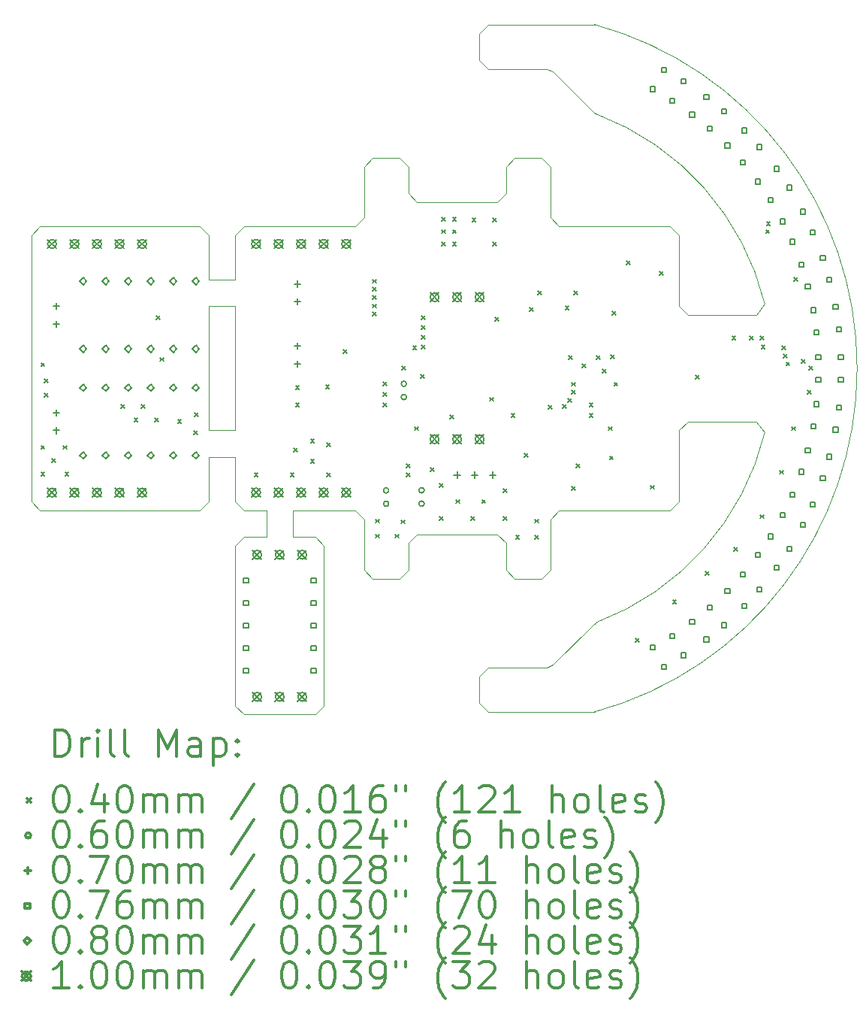
<source format=gbr>
%FSLAX45Y45*%
G04 Gerber Fmt 4.5, Leading zero omitted, Abs format (unit mm)*
G04 Created by KiCad (PCBNEW 4.0.1-stable) date 2018/06/25 22:31:21*
%MOMM*%
G01*
G04 APERTURE LIST*
%ADD10C,0.127000*%
%ADD11C,0.100000*%
%ADD12C,0.200000*%
%ADD13C,0.300000*%
G04 APERTURE END LIST*
D10*
D11*
X6750000Y-10500000D02*
X7450000Y-10500000D01*
X6750000Y-10800000D02*
X6750000Y-10500000D01*
X7000000Y-10800000D02*
X6750000Y-10800000D01*
X6450000Y-10500000D02*
X6200000Y-10500000D01*
X6450000Y-10800000D02*
X6450000Y-10500000D01*
X6200000Y-10800000D02*
X6450000Y-10800000D01*
X6100000Y-9600000D02*
X6100000Y-8200000D01*
X5800000Y-9600000D02*
X6100000Y-9600000D01*
X5800000Y-8200000D02*
X5800000Y-9600000D01*
X5800000Y-8200000D02*
X6100000Y-8200000D01*
X6100000Y-7900000D02*
X6100000Y-7400000D01*
X5800000Y-7900000D02*
X6100000Y-7900000D01*
X5800000Y-7400000D02*
X5800000Y-7900000D01*
X6100000Y-9900000D02*
X6100000Y-10400000D01*
X5800000Y-9900000D02*
X6100000Y-9900000D01*
X5800000Y-10400000D02*
X5800000Y-9900000D01*
X6100000Y-10900000D02*
X6200000Y-10800000D01*
X6100000Y-12700000D02*
X6100000Y-10900000D01*
X6200000Y-12800000D02*
X6100000Y-12700000D01*
X7000000Y-12800000D02*
X6200000Y-12800000D01*
X7100000Y-12700000D02*
X7000000Y-12800000D01*
X7100000Y-10900000D02*
X7100000Y-12700000D01*
X7000000Y-10800000D02*
X7100000Y-10900000D01*
X5700000Y-7300000D02*
X3900000Y-7300000D01*
X5800000Y-7400000D02*
X5700000Y-7300000D01*
X5700000Y-10500000D02*
X5800000Y-10400000D01*
X3900000Y-10500000D02*
X5700000Y-10500000D01*
X3800000Y-10400000D02*
X3900000Y-10500000D01*
X3800000Y-7400000D02*
X3800000Y-10400000D01*
X3900000Y-7300000D02*
X3800000Y-7400000D01*
X10170129Y-6037474D02*
G75*
G02X12069068Y-8176320I-1070169J-2862526D01*
G01*
X12069068Y-9623680D02*
G75*
G02X10170129Y-11762526I-2969108J723680D01*
G01*
X10149920Y-5030000D02*
G75*
G02X10149920Y-12770000I-1049960J-3870000D01*
G01*
X8849920Y-12670000D02*
X8849920Y-12370000D01*
X8949920Y-12770000D02*
X8849920Y-12670000D01*
X10149920Y-12770000D02*
X8949920Y-12770000D01*
X8949920Y-5030000D02*
X10149920Y-5030000D01*
X8849920Y-5130000D02*
X8949920Y-5030000D01*
X8849920Y-5430000D02*
X8849920Y-5130000D01*
X8949920Y-5530000D02*
X8849920Y-5430000D01*
X9608499Y-5530000D02*
X8949920Y-5530000D01*
X9679209Y-5559289D02*
X9608499Y-5530000D01*
X10134437Y-6014517D02*
X9679209Y-5559289D01*
X10170129Y-6037474D02*
X10134437Y-6014517D01*
X11971912Y-8300000D02*
X12069068Y-8176320D01*
X11199920Y-8300000D02*
X11971912Y-8300000D01*
X11099920Y-8200000D02*
X11199920Y-8300000D01*
X11099920Y-7400000D02*
X11099920Y-8200000D01*
X10999920Y-7300000D02*
X11099920Y-7400000D01*
X9749920Y-7300000D02*
X10999920Y-7300000D01*
X9649920Y-7200000D02*
X9749920Y-7300000D01*
X9649920Y-6630000D02*
X9649920Y-7200000D01*
X9549920Y-6530000D02*
X9649920Y-6630000D01*
X9249920Y-6530000D02*
X9549920Y-6530000D01*
X9149920Y-6630000D02*
X9249920Y-6530000D01*
X9149920Y-6930000D02*
X9149920Y-6630000D01*
X9049920Y-7030000D02*
X9149920Y-6930000D01*
X8150000Y-7030000D02*
X9049920Y-7030000D01*
X8050000Y-6930000D02*
X8150000Y-7030000D01*
X8050000Y-6630000D02*
X8050000Y-6930000D01*
X7950000Y-6530000D02*
X8050000Y-6630000D01*
X7650000Y-6530000D02*
X7950000Y-6530000D01*
X7550000Y-6630000D02*
X7650000Y-6530000D01*
X7550000Y-7200000D02*
X7550000Y-6630000D01*
X7450000Y-7300000D02*
X7550000Y-7200000D01*
X6200000Y-7300000D02*
X7450000Y-7300000D01*
X6100000Y-7400000D02*
X6200000Y-7300000D01*
X6200000Y-10500000D02*
X6100000Y-10400000D01*
X7550000Y-10600000D02*
X7450000Y-10500000D01*
X7550000Y-11170000D02*
X7550000Y-10600000D01*
X7650000Y-11270000D02*
X7550000Y-11170000D01*
X7950000Y-11270000D02*
X7650000Y-11270000D01*
X8050000Y-11170000D02*
X7950000Y-11270000D01*
X8050000Y-10870000D02*
X8050000Y-11170000D01*
X8150000Y-10770000D02*
X8050000Y-10870000D01*
X9049920Y-10770000D02*
X8150000Y-10770000D01*
X9149920Y-10870000D02*
X9049920Y-10770000D01*
X9149920Y-11170000D02*
X9149920Y-10870000D01*
X9249920Y-11270000D02*
X9149920Y-11170000D01*
X9549920Y-11270000D02*
X9249920Y-11270000D01*
X9649920Y-11170000D02*
X9549920Y-11270000D01*
X9649920Y-10600000D02*
X9649920Y-11170000D01*
X9749920Y-10500000D02*
X9649920Y-10600000D01*
X10999920Y-10500000D02*
X9749920Y-10500000D01*
X11099920Y-10400000D02*
X10999920Y-10500000D01*
X11099920Y-9600000D02*
X11099920Y-10400000D01*
X11199920Y-9500000D02*
X11099920Y-9600000D01*
X11971912Y-9500000D02*
X11199920Y-9500000D01*
X12069068Y-9623680D02*
X11971912Y-9500000D01*
X10134437Y-11785483D02*
X10170129Y-11762526D01*
X9679209Y-12240711D02*
X10134437Y-11785483D01*
X9608499Y-12270000D02*
X9679209Y-12240711D01*
X8949920Y-12270000D02*
X9608499Y-12270000D01*
X8849920Y-12370000D02*
X8949920Y-12270000D01*
D12*
X3910000Y-8840000D02*
X3950000Y-8880000D01*
X3950000Y-8840000D02*
X3910000Y-8880000D01*
X3910000Y-9770000D02*
X3950000Y-9810000D01*
X3950000Y-9770000D02*
X3910000Y-9810000D01*
X3910000Y-10070000D02*
X3950000Y-10110000D01*
X3950000Y-10070000D02*
X3910000Y-10110000D01*
X3950000Y-9020000D02*
X3990000Y-9060000D01*
X3990000Y-9020000D02*
X3950000Y-9060000D01*
X3950000Y-9180000D02*
X3990000Y-9220000D01*
X3990000Y-9180000D02*
X3950000Y-9220000D01*
X4030000Y-9920000D02*
X4070000Y-9960000D01*
X4070000Y-9920000D02*
X4030000Y-9960000D01*
X4160000Y-9770000D02*
X4200000Y-9810000D01*
X4200000Y-9770000D02*
X4160000Y-9810000D01*
X4180000Y-10070000D02*
X4220000Y-10110000D01*
X4220000Y-10070000D02*
X4180000Y-10110000D01*
X4810000Y-9310000D02*
X4850000Y-9350000D01*
X4850000Y-9310000D02*
X4810000Y-9350000D01*
X4960000Y-9460000D02*
X5000000Y-9500000D01*
X5000000Y-9460000D02*
X4960000Y-9500000D01*
X5040000Y-9310000D02*
X5080000Y-9350000D01*
X5080000Y-9310000D02*
X5040000Y-9350000D01*
X5190000Y-9460000D02*
X5230000Y-9500000D01*
X5230000Y-9460000D02*
X5190000Y-9500000D01*
X5210000Y-8310000D02*
X5250000Y-8350000D01*
X5250000Y-8310000D02*
X5210000Y-8350000D01*
X5255000Y-8780000D02*
X5295000Y-8820000D01*
X5295000Y-8780000D02*
X5255000Y-8820000D01*
X5450000Y-9480000D02*
X5490000Y-9520000D01*
X5490000Y-9480000D02*
X5450000Y-9520000D01*
X5635000Y-9605000D02*
X5675000Y-9645000D01*
X5675000Y-9605000D02*
X5635000Y-9645000D01*
X5640000Y-9400000D02*
X5680000Y-9440000D01*
X5680000Y-9400000D02*
X5640000Y-9440000D01*
X6314000Y-10080000D02*
X6354000Y-10120000D01*
X6354000Y-10080000D02*
X6314000Y-10120000D01*
X6720000Y-10080000D02*
X6760000Y-10120000D01*
X6760000Y-10080000D02*
X6720000Y-10120000D01*
X6760000Y-9800000D02*
X6800000Y-9840000D01*
X6800000Y-9800000D02*
X6760000Y-9840000D01*
X6780000Y-9100000D02*
X6820000Y-9140000D01*
X6820000Y-9100000D02*
X6780000Y-9140000D01*
X6780000Y-9290000D02*
X6820000Y-9330000D01*
X6820000Y-9290000D02*
X6780000Y-9330000D01*
X6950000Y-9700000D02*
X6990000Y-9740000D01*
X6990000Y-9700000D02*
X6950000Y-9740000D01*
X6950000Y-9930000D02*
X6990000Y-9970000D01*
X6990000Y-9930000D02*
X6950000Y-9970000D01*
X7120000Y-9090000D02*
X7160000Y-9130000D01*
X7160000Y-9090000D02*
X7120000Y-9130000D01*
X7130000Y-9740000D02*
X7170000Y-9780000D01*
X7170000Y-9740000D02*
X7130000Y-9780000D01*
X7130000Y-10080000D02*
X7170000Y-10120000D01*
X7170000Y-10080000D02*
X7130000Y-10120000D01*
X7320000Y-8690000D02*
X7360000Y-8730000D01*
X7360000Y-8690000D02*
X7320000Y-8730000D01*
X7650000Y-7900000D02*
X7690000Y-7940000D01*
X7690000Y-7900000D02*
X7650000Y-7940000D01*
X7650000Y-7990000D02*
X7690000Y-8030000D01*
X7690000Y-7990000D02*
X7650000Y-8030000D01*
X7650000Y-8080000D02*
X7690000Y-8120000D01*
X7690000Y-8080000D02*
X7650000Y-8120000D01*
X7650000Y-8180000D02*
X7690000Y-8220000D01*
X7690000Y-8180000D02*
X7650000Y-8220000D01*
X7650000Y-8270000D02*
X7690000Y-8310000D01*
X7690000Y-8270000D02*
X7650000Y-8310000D01*
X7680000Y-10600000D02*
X7720000Y-10640000D01*
X7720000Y-10600000D02*
X7680000Y-10640000D01*
X7680000Y-10770000D02*
X7720000Y-10810000D01*
X7720000Y-10770000D02*
X7680000Y-10810000D01*
X7765000Y-9055000D02*
X7805000Y-9095000D01*
X7805000Y-9055000D02*
X7765000Y-9095000D01*
X7765000Y-9175000D02*
X7805000Y-9215000D01*
X7805000Y-9175000D02*
X7765000Y-9215000D01*
X7765000Y-9295000D02*
X7805000Y-9335000D01*
X7805000Y-9295000D02*
X7765000Y-9335000D01*
X7900000Y-10770000D02*
X7940000Y-10810000D01*
X7940000Y-10770000D02*
X7900000Y-10810000D01*
X7970000Y-10610000D02*
X8010000Y-10650000D01*
X8010000Y-10610000D02*
X7970000Y-10650000D01*
X7980000Y-8880000D02*
X8020000Y-8920000D01*
X8020000Y-8880000D02*
X7980000Y-8920000D01*
X8030000Y-9980000D02*
X8070000Y-10020000D01*
X8070000Y-9980000D02*
X8030000Y-10020000D01*
X8030000Y-10080000D02*
X8070000Y-10120000D01*
X8070000Y-10080000D02*
X8030000Y-10120000D01*
X8100000Y-8650000D02*
X8140000Y-8690000D01*
X8140000Y-8650000D02*
X8100000Y-8690000D01*
X8120000Y-9560000D02*
X8160000Y-9600000D01*
X8160000Y-9560000D02*
X8120000Y-9600000D01*
X8190000Y-8970000D02*
X8230000Y-9010000D01*
X8230000Y-8970000D02*
X8190000Y-9010000D01*
X8200000Y-8310000D02*
X8240000Y-8350000D01*
X8240000Y-8310000D02*
X8200000Y-8350000D01*
X8200000Y-8420000D02*
X8240000Y-8460000D01*
X8240000Y-8420000D02*
X8200000Y-8460000D01*
X8200000Y-8530000D02*
X8240000Y-8570000D01*
X8240000Y-8530000D02*
X8200000Y-8570000D01*
X8200000Y-8640000D02*
X8240000Y-8680000D01*
X8240000Y-8640000D02*
X8200000Y-8680000D01*
X8300000Y-10020000D02*
X8340000Y-10060000D01*
X8340000Y-10020000D02*
X8300000Y-10060000D01*
X8400000Y-10200000D02*
X8440000Y-10240000D01*
X8440000Y-10200000D02*
X8400000Y-10240000D01*
X8400000Y-10570000D02*
X8440000Y-10610000D01*
X8440000Y-10570000D02*
X8400000Y-10610000D01*
X8430000Y-7200000D02*
X8470000Y-7240000D01*
X8470000Y-7200000D02*
X8430000Y-7240000D01*
X8430000Y-7340000D02*
X8470000Y-7380000D01*
X8470000Y-7340000D02*
X8430000Y-7380000D01*
X8430000Y-7480000D02*
X8470000Y-7520000D01*
X8470000Y-7480000D02*
X8430000Y-7520000D01*
X8520000Y-9430000D02*
X8560000Y-9470000D01*
X8560000Y-9430000D02*
X8520000Y-9470000D01*
X8550000Y-7200000D02*
X8590000Y-7240000D01*
X8590000Y-7200000D02*
X8550000Y-7240000D01*
X8550000Y-7340000D02*
X8590000Y-7380000D01*
X8590000Y-7340000D02*
X8550000Y-7380000D01*
X8550000Y-7480000D02*
X8590000Y-7520000D01*
X8590000Y-7480000D02*
X8550000Y-7520000D01*
X8590000Y-10380000D02*
X8630000Y-10420000D01*
X8630000Y-10380000D02*
X8590000Y-10420000D01*
X8760000Y-10570000D02*
X8800000Y-10610000D01*
X8800000Y-10570000D02*
X8760000Y-10610000D01*
X8770000Y-7210000D02*
X8810000Y-7250000D01*
X8810000Y-7210000D02*
X8770000Y-7250000D01*
X8880000Y-10380000D02*
X8920000Y-10420000D01*
X8920000Y-10380000D02*
X8880000Y-10420000D01*
X8970000Y-9230000D02*
X9010000Y-9270000D01*
X9010000Y-9230000D02*
X8970000Y-9270000D01*
X9000000Y-7210000D02*
X9040000Y-7250000D01*
X9040000Y-7210000D02*
X9000000Y-7250000D01*
X9000000Y-7480000D02*
X9040000Y-7520000D01*
X9040000Y-7480000D02*
X9000000Y-7520000D01*
X9030000Y-8330000D02*
X9070000Y-8370000D01*
X9070000Y-8330000D02*
X9030000Y-8370000D01*
X9120000Y-10260000D02*
X9160000Y-10300000D01*
X9160000Y-10260000D02*
X9120000Y-10300000D01*
X9120000Y-10570000D02*
X9160000Y-10610000D01*
X9160000Y-10570000D02*
X9120000Y-10610000D01*
X9210000Y-9410000D02*
X9250000Y-9450000D01*
X9250000Y-9410000D02*
X9210000Y-9450000D01*
X9260000Y-10780000D02*
X9300000Y-10820000D01*
X9300000Y-10780000D02*
X9260000Y-10820000D01*
X9360000Y-9860000D02*
X9400000Y-9900000D01*
X9400000Y-9860000D02*
X9360000Y-9900000D01*
X9420000Y-8220000D02*
X9460000Y-8260000D01*
X9460000Y-8220000D02*
X9420000Y-8260000D01*
X9480000Y-10600000D02*
X9520000Y-10640000D01*
X9520000Y-10600000D02*
X9480000Y-10640000D01*
X9480000Y-10780000D02*
X9520000Y-10820000D01*
X9520000Y-10780000D02*
X9480000Y-10820000D01*
X9510000Y-8030000D02*
X9550000Y-8070000D01*
X9550000Y-8030000D02*
X9510000Y-8070000D01*
X9630000Y-9320000D02*
X9670000Y-9360000D01*
X9670000Y-9320000D02*
X9630000Y-9360000D01*
X9790000Y-9310000D02*
X9830000Y-9350000D01*
X9830000Y-9310000D02*
X9790000Y-9350000D01*
X9820000Y-8200000D02*
X9860000Y-8240000D01*
X9860000Y-8200000D02*
X9820000Y-8240000D01*
X9850000Y-9240000D02*
X9890000Y-9280000D01*
X9890000Y-9240000D02*
X9850000Y-9280000D01*
X9860000Y-8760000D02*
X9900000Y-8800000D01*
X9900000Y-8760000D02*
X9860000Y-8800000D01*
X9890000Y-9060000D02*
X9930000Y-9100000D01*
X9930000Y-9060000D02*
X9890000Y-9100000D01*
X9890000Y-9150000D02*
X9930000Y-9190000D01*
X9930000Y-9150000D02*
X9890000Y-9190000D01*
X9890000Y-10230000D02*
X9930000Y-10270000D01*
X9930000Y-10230000D02*
X9890000Y-10270000D01*
X9920000Y-8030000D02*
X9960000Y-8070000D01*
X9960000Y-8030000D02*
X9920000Y-8070000D01*
X9940000Y-9980000D02*
X9980000Y-10020000D01*
X9980000Y-9980000D02*
X9940000Y-10020000D01*
X10010000Y-8850000D02*
X10050000Y-8890000D01*
X10050000Y-8850000D02*
X10010000Y-8890000D01*
X10090000Y-9290000D02*
X10130000Y-9330000D01*
X10130000Y-9290000D02*
X10090000Y-9330000D01*
X10090000Y-9410000D02*
X10130000Y-9450000D01*
X10130000Y-9410000D02*
X10090000Y-9450000D01*
X10170000Y-8760000D02*
X10210000Y-8800000D01*
X10210000Y-8760000D02*
X10170000Y-8800000D01*
X10240000Y-8910000D02*
X10280000Y-8950000D01*
X10280000Y-8910000D02*
X10240000Y-8950000D01*
X10305000Y-9560000D02*
X10345000Y-9600000D01*
X10345000Y-9560000D02*
X10305000Y-9600000D01*
X10320000Y-9890000D02*
X10360000Y-9930000D01*
X10360000Y-9890000D02*
X10320000Y-9930000D01*
X10330000Y-8750000D02*
X10370000Y-8790000D01*
X10370000Y-8750000D02*
X10330000Y-8790000D01*
X10350000Y-8260000D02*
X10390000Y-8300000D01*
X10390000Y-8260000D02*
X10350000Y-8300000D01*
X10370000Y-9060000D02*
X10410000Y-9100000D01*
X10410000Y-9060000D02*
X10370000Y-9100000D01*
X10510000Y-7690000D02*
X10550000Y-7730000D01*
X10550000Y-7690000D02*
X10510000Y-7730000D01*
X10610000Y-11940000D02*
X10650000Y-11980000D01*
X10650000Y-11940000D02*
X10610000Y-11980000D01*
X10780000Y-10220000D02*
X10820000Y-10260000D01*
X10820000Y-10220000D02*
X10780000Y-10260000D01*
X10880000Y-7810000D02*
X10920000Y-7850000D01*
X10920000Y-7810000D02*
X10880000Y-7850000D01*
X11030000Y-11510000D02*
X11070000Y-11550000D01*
X11070000Y-11510000D02*
X11030000Y-11550000D01*
X11290000Y-8980000D02*
X11330000Y-9020000D01*
X11330000Y-8980000D02*
X11290000Y-9020000D01*
X11400000Y-11190000D02*
X11440000Y-11230000D01*
X11440000Y-11190000D02*
X11400000Y-11230000D01*
X11700000Y-8540000D02*
X11740000Y-8580000D01*
X11740000Y-8540000D02*
X11700000Y-8580000D01*
X11720000Y-10920000D02*
X11760000Y-10960000D01*
X11760000Y-10920000D02*
X11720000Y-10960000D01*
X11900000Y-8540000D02*
X11940000Y-8580000D01*
X11940000Y-8540000D02*
X11900000Y-8580000D01*
X12020000Y-8540000D02*
X12060000Y-8580000D01*
X12060000Y-8540000D02*
X12020000Y-8580000D01*
X12020000Y-10550000D02*
X12060000Y-10590000D01*
X12060000Y-10550000D02*
X12020000Y-10590000D01*
X12030000Y-8640000D02*
X12070000Y-8680000D01*
X12070000Y-8640000D02*
X12030000Y-8680000D01*
X12080000Y-7340000D02*
X12120000Y-7380000D01*
X12120000Y-7340000D02*
X12080000Y-7380000D01*
X12090000Y-7250000D02*
X12130000Y-7290000D01*
X12130000Y-7250000D02*
X12090000Y-7290000D01*
X12240000Y-10050000D02*
X12280000Y-10090000D01*
X12280000Y-10050000D02*
X12240000Y-10090000D01*
X12260000Y-8650000D02*
X12300000Y-8690000D01*
X12300000Y-8650000D02*
X12260000Y-8690000D01*
X12280000Y-8740000D02*
X12320000Y-8780000D01*
X12320000Y-8740000D02*
X12280000Y-8780000D01*
X12310000Y-8830000D02*
X12350000Y-8870000D01*
X12350000Y-8830000D02*
X12310000Y-8870000D01*
X12370000Y-9560000D02*
X12410000Y-9600000D01*
X12410000Y-9560000D02*
X12370000Y-9600000D01*
X12400000Y-7880000D02*
X12440000Y-7920000D01*
X12440000Y-7880000D02*
X12400000Y-7920000D01*
X12480000Y-8800000D02*
X12520000Y-8840000D01*
X12520000Y-8800000D02*
X12480000Y-8840000D01*
X12550000Y-9150000D02*
X12590000Y-9190000D01*
X12590000Y-9150000D02*
X12550000Y-9190000D01*
X12570000Y-8880000D02*
X12610000Y-8920000D01*
X12610000Y-8880000D02*
X12570000Y-8920000D01*
X7830000Y-10275000D02*
G75*
G03X7830000Y-10275000I-30000J0D01*
G01*
X7830000Y-10425000D02*
G75*
G03X7830000Y-10425000I-30000J0D01*
G01*
X8030000Y-9075000D02*
G75*
G03X8030000Y-9075000I-30000J0D01*
G01*
X8030000Y-9225000D02*
G75*
G03X8030000Y-9225000I-30000J0D01*
G01*
X8230000Y-10275000D02*
G75*
G03X8230000Y-10275000I-30000J0D01*
G01*
X8230000Y-10425000D02*
G75*
G03X8230000Y-10425000I-30000J0D01*
G01*
X4080000Y-8165000D02*
X4080000Y-8235000D01*
X4045000Y-8200000D02*
X4115000Y-8200000D01*
X4080000Y-8365000D02*
X4080000Y-8435000D01*
X4045000Y-8400000D02*
X4115000Y-8400000D01*
X4080000Y-9365000D02*
X4080000Y-9435000D01*
X4045000Y-9400000D02*
X4115000Y-9400000D01*
X4080000Y-9565000D02*
X4080000Y-9635000D01*
X4045000Y-9600000D02*
X4115000Y-9600000D01*
X6800000Y-7915000D02*
X6800000Y-7985000D01*
X6765000Y-7950000D02*
X6835000Y-7950000D01*
X6800000Y-8115000D02*
X6800000Y-8185000D01*
X6765000Y-8150000D02*
X6835000Y-8150000D01*
X6800000Y-8615000D02*
X6800000Y-8685000D01*
X6765000Y-8650000D02*
X6835000Y-8650000D01*
X6800000Y-8815000D02*
X6800000Y-8885000D01*
X6765000Y-8850000D02*
X6835000Y-8850000D01*
X8600000Y-10065000D02*
X8600000Y-10135000D01*
X8565000Y-10100000D02*
X8635000Y-10100000D01*
X8800000Y-10065000D02*
X8800000Y-10135000D01*
X8765000Y-10100000D02*
X8835000Y-10100000D01*
X9000000Y-10065000D02*
X9000000Y-10135000D01*
X8965000Y-10100000D02*
X9035000Y-10100000D01*
X6245941Y-11318941D02*
X6245941Y-11265059D01*
X6192059Y-11265059D01*
X6192059Y-11318941D01*
X6245941Y-11318941D01*
X6245941Y-11572941D02*
X6245941Y-11519059D01*
X6192059Y-11519059D01*
X6192059Y-11572941D01*
X6245941Y-11572941D01*
X6245941Y-11826941D02*
X6245941Y-11773059D01*
X6192059Y-11773059D01*
X6192059Y-11826941D01*
X6245941Y-11826941D01*
X6245941Y-12080941D02*
X6245941Y-12027059D01*
X6192059Y-12027059D01*
X6192059Y-12080941D01*
X6245941Y-12080941D01*
X6245941Y-12334941D02*
X6245941Y-12281059D01*
X6192059Y-12281059D01*
X6192059Y-12334941D01*
X6245941Y-12334941D01*
X7007941Y-11318941D02*
X7007941Y-11265059D01*
X6954059Y-11265059D01*
X6954059Y-11318941D01*
X7007941Y-11318941D01*
X7007941Y-11572941D02*
X7007941Y-11519059D01*
X6954059Y-11519059D01*
X6954059Y-11572941D01*
X7007941Y-11572941D01*
X7007941Y-11826941D02*
X7007941Y-11773059D01*
X6954059Y-11773059D01*
X6954059Y-11826941D01*
X7007941Y-11826941D01*
X7007941Y-12080941D02*
X7007941Y-12027059D01*
X6954059Y-12027059D01*
X6954059Y-12080941D01*
X7007941Y-12080941D01*
X7007941Y-12334941D02*
X7007941Y-12281059D01*
X6954059Y-12281059D01*
X6954059Y-12334941D01*
X7007941Y-12334941D01*
X10830909Y-5783883D02*
X10830909Y-5730001D01*
X10777027Y-5730001D01*
X10777027Y-5783883D01*
X10830909Y-5783883D01*
X10830909Y-12069999D02*
X10830909Y-12016117D01*
X10777027Y-12016117D01*
X10777027Y-12069999D01*
X10830909Y-12069999D01*
X10959823Y-5565029D02*
X10959823Y-5511147D01*
X10905941Y-5511147D01*
X10905941Y-5565029D01*
X10959823Y-5565029D01*
X10959823Y-12288853D02*
X10959823Y-12234971D01*
X10905941Y-12234971D01*
X10905941Y-12288853D01*
X10959823Y-12288853D01*
X11049762Y-5912797D02*
X11049762Y-5858915D01*
X10995880Y-5858915D01*
X10995880Y-5912797D01*
X11049762Y-5912797D01*
X11049762Y-11941085D02*
X11049762Y-11887203D01*
X10995880Y-11887203D01*
X10995880Y-11941085D01*
X11049762Y-11941085D01*
X11178677Y-5693944D02*
X11178677Y-5640062D01*
X11124795Y-5640062D01*
X11124795Y-5693944D01*
X11178677Y-5693944D01*
X11178677Y-12159938D02*
X11178677Y-12106056D01*
X11124795Y-12106056D01*
X11124795Y-12159938D01*
X11178677Y-12159938D01*
X11276765Y-6070275D02*
X11276765Y-6016393D01*
X11222883Y-6016393D01*
X11222883Y-6070275D01*
X11276765Y-6070275D01*
X11276765Y-11783607D02*
X11276765Y-11729725D01*
X11222883Y-11729725D01*
X11222883Y-11783607D01*
X11276765Y-11783607D01*
X11436613Y-5872880D02*
X11436613Y-5818998D01*
X11382731Y-5818998D01*
X11382731Y-5872880D01*
X11436613Y-5872880D01*
X11436613Y-11981002D02*
X11436613Y-11927120D01*
X11382731Y-11927120D01*
X11382731Y-11981002D01*
X11436613Y-11981002D01*
X11474160Y-6230122D02*
X11474160Y-6176240D01*
X11420278Y-6176240D01*
X11420278Y-6230122D01*
X11474160Y-6230122D01*
X11474160Y-11623760D02*
X11474160Y-11569878D01*
X11420278Y-11569878D01*
X11420278Y-11623760D01*
X11474160Y-11623760D01*
X11634008Y-6032727D02*
X11634008Y-5978845D01*
X11580126Y-5978845D01*
X11580126Y-6032727D01*
X11634008Y-6032727D01*
X11634008Y-11821155D02*
X11634008Y-11767273D01*
X11580126Y-11767273D01*
X11580126Y-11821155D01*
X11634008Y-11821155D01*
X11675393Y-6419423D02*
X11675393Y-6365541D01*
X11621511Y-6365541D01*
X11621511Y-6419423D01*
X11675393Y-6419423D01*
X11675393Y-11434459D02*
X11675393Y-11380577D01*
X11621511Y-11380577D01*
X11621511Y-11434459D01*
X11675393Y-11434459D01*
X11846993Y-6606691D02*
X11846993Y-6552809D01*
X11793111Y-6552809D01*
X11793111Y-6606691D01*
X11846993Y-6606691D01*
X11846993Y-11247191D02*
X11846993Y-11193309D01*
X11793111Y-11193309D01*
X11793111Y-11247191D01*
X11846993Y-11247191D01*
X11862661Y-6247823D02*
X11862661Y-6193941D01*
X11808779Y-6193941D01*
X11808779Y-6247823D01*
X11862661Y-6247823D01*
X11862661Y-11606059D02*
X11862661Y-11552177D01*
X11808779Y-11552177D01*
X11808779Y-11606059D01*
X11862661Y-11606059D01*
X12018035Y-6823657D02*
X12018035Y-6769775D01*
X11964153Y-6769775D01*
X11964153Y-6823657D01*
X12018035Y-6823657D01*
X12018035Y-11030243D02*
X12018035Y-10976361D01*
X11964153Y-10976361D01*
X11964153Y-11030243D01*
X12018035Y-11030243D01*
X12034261Y-6435091D02*
X12034261Y-6381209D01*
X11980379Y-6381209D01*
X11980379Y-6435091D01*
X12034261Y-6435091D01*
X12034261Y-11418790D02*
X12034261Y-11364908D01*
X11980379Y-11364908D01*
X11980379Y-11418790D01*
X12034261Y-11418790D01*
X12160070Y-7034233D02*
X12160070Y-6980351D01*
X12106188Y-6980351D01*
X12106188Y-7034233D01*
X12160070Y-7034233D01*
X12160070Y-10819667D02*
X12160070Y-10765785D01*
X12106188Y-10765785D01*
X12106188Y-10819667D01*
X12160070Y-10819667D01*
X12228610Y-6681622D02*
X12228610Y-6627740D01*
X12174728Y-6627740D01*
X12174728Y-6681622D01*
X12228610Y-6681622D01*
X12228610Y-11172278D02*
X12228610Y-11118396D01*
X12174728Y-11118396D01*
X12174728Y-11172278D01*
X12228610Y-11172278D01*
X12297163Y-7274096D02*
X12297163Y-7220214D01*
X12243281Y-7220214D01*
X12243281Y-7274096D01*
X12297163Y-7274096D01*
X12297163Y-10579786D02*
X12297163Y-10525904D01*
X12243281Y-10525904D01*
X12243281Y-10579786D01*
X12297163Y-10579786D01*
X12370645Y-6892198D02*
X12370645Y-6838316D01*
X12316763Y-6838316D01*
X12316763Y-6892198D01*
X12370645Y-6892198D01*
X12370645Y-10961702D02*
X12370645Y-10907820D01*
X12316763Y-10907820D01*
X12316763Y-10961702D01*
X12370645Y-10961702D01*
X12406513Y-7503353D02*
X12406513Y-7449471D01*
X12352631Y-7449471D01*
X12352631Y-7503353D01*
X12406513Y-7503353D01*
X12406513Y-10350529D02*
X12406513Y-10296647D01*
X12352631Y-10296647D01*
X12352631Y-10350529D01*
X12406513Y-10350529D01*
X12506647Y-7760846D02*
X12506647Y-7706964D01*
X12452765Y-7706964D01*
X12452765Y-7760846D01*
X12506647Y-7760846D01*
X12506647Y-10093036D02*
X12506647Y-10039154D01*
X12452765Y-10039154D01*
X12452765Y-10093036D01*
X12506647Y-10093036D01*
X12526420Y-7164747D02*
X12526420Y-7110865D01*
X12472538Y-7110865D01*
X12472538Y-7164747D01*
X12526420Y-7164747D01*
X12526420Y-10689135D02*
X12526420Y-10635253D01*
X12472538Y-10635253D01*
X12472538Y-10689135D01*
X12526420Y-10689135D01*
X12580909Y-8003748D02*
X12580909Y-7949866D01*
X12527027Y-7949866D01*
X12527027Y-8003748D01*
X12580909Y-8003748D01*
X12580909Y-9850134D02*
X12580909Y-9796252D01*
X12527027Y-9796252D01*
X12527027Y-9850134D01*
X12580909Y-9850134D01*
X12635770Y-7394003D02*
X12635770Y-7340121D01*
X12581888Y-7340121D01*
X12581888Y-7394003D01*
X12635770Y-7394003D01*
X12635770Y-10459879D02*
X12635770Y-10405997D01*
X12581888Y-10405997D01*
X12581888Y-10459879D01*
X12635770Y-10459879D01*
X12641883Y-8273213D02*
X12641883Y-8219331D01*
X12588001Y-8219331D01*
X12588001Y-8273213D01*
X12641883Y-8273213D01*
X12641883Y-9580669D02*
X12641883Y-9526787D01*
X12588001Y-9526787D01*
X12588001Y-9580669D01*
X12641883Y-9580669D01*
X12679426Y-8524423D02*
X12679426Y-8470541D01*
X12625544Y-8470541D01*
X12625544Y-8524423D01*
X12679426Y-8524423D01*
X12679426Y-9329459D02*
X12679426Y-9275577D01*
X12625544Y-9275577D01*
X12625544Y-9329459D01*
X12679426Y-9329459D01*
X12699901Y-8799941D02*
X12699901Y-8746059D01*
X12646019Y-8746059D01*
X12646019Y-8799941D01*
X12699901Y-8799941D01*
X12699901Y-9053941D02*
X12699901Y-9000059D01*
X12646019Y-9000059D01*
X12646019Y-9053941D01*
X12699901Y-9053941D01*
X12749548Y-7686584D02*
X12749548Y-7632702D01*
X12695666Y-7632702D01*
X12695666Y-7686584D01*
X12749548Y-7686584D01*
X12749548Y-10167298D02*
X12749548Y-10113416D01*
X12695666Y-10113416D01*
X12695666Y-10167298D01*
X12749548Y-10167298D01*
X12823810Y-7929485D02*
X12823810Y-7875603D01*
X12769928Y-7875603D01*
X12769928Y-7929485D01*
X12823810Y-7929485D01*
X12823810Y-9924397D02*
X12823810Y-9870515D01*
X12769928Y-9870515D01*
X12769928Y-9924397D01*
X12823810Y-9924397D01*
X12893093Y-8235669D02*
X12893093Y-8181787D01*
X12839211Y-8181787D01*
X12839211Y-8235669D01*
X12893093Y-8235669D01*
X12893093Y-9618213D02*
X12893093Y-9564331D01*
X12839211Y-9564331D01*
X12839211Y-9618213D01*
X12893093Y-9618213D01*
X12930636Y-8486879D02*
X12930636Y-8432997D01*
X12876754Y-8432997D01*
X12876754Y-8486879D01*
X12930636Y-8486879D01*
X12930636Y-9367003D02*
X12930636Y-9313121D01*
X12876754Y-9313121D01*
X12876754Y-9367003D01*
X12930636Y-9367003D01*
X12953901Y-8799941D02*
X12953901Y-8746059D01*
X12900019Y-8746059D01*
X12900019Y-8799941D01*
X12953901Y-8799941D01*
X12953901Y-9053941D02*
X12953901Y-9000059D01*
X12900019Y-9000059D01*
X12900019Y-9053941D01*
X12953901Y-9053941D01*
X4385000Y-7959000D02*
X4425000Y-7919000D01*
X4385000Y-7879000D01*
X4345000Y-7919000D01*
X4385000Y-7959000D01*
X4385000Y-8721000D02*
X4425000Y-8681000D01*
X4385000Y-8641000D01*
X4345000Y-8681000D01*
X4385000Y-8721000D01*
X4385000Y-9159000D02*
X4425000Y-9119000D01*
X4385000Y-9079000D01*
X4345000Y-9119000D01*
X4385000Y-9159000D01*
X4385000Y-9921000D02*
X4425000Y-9881000D01*
X4385000Y-9841000D01*
X4345000Y-9881000D01*
X4385000Y-9921000D01*
X4639000Y-7959000D02*
X4679000Y-7919000D01*
X4639000Y-7879000D01*
X4599000Y-7919000D01*
X4639000Y-7959000D01*
X4639000Y-8721000D02*
X4679000Y-8681000D01*
X4639000Y-8641000D01*
X4599000Y-8681000D01*
X4639000Y-8721000D01*
X4639000Y-9159000D02*
X4679000Y-9119000D01*
X4639000Y-9079000D01*
X4599000Y-9119000D01*
X4639000Y-9159000D01*
X4639000Y-9921000D02*
X4679000Y-9881000D01*
X4639000Y-9841000D01*
X4599000Y-9881000D01*
X4639000Y-9921000D01*
X4893000Y-7959000D02*
X4933000Y-7919000D01*
X4893000Y-7879000D01*
X4853000Y-7919000D01*
X4893000Y-7959000D01*
X4893000Y-8721000D02*
X4933000Y-8681000D01*
X4893000Y-8641000D01*
X4853000Y-8681000D01*
X4893000Y-8721000D01*
X4893000Y-9159000D02*
X4933000Y-9119000D01*
X4893000Y-9079000D01*
X4853000Y-9119000D01*
X4893000Y-9159000D01*
X4893000Y-9921000D02*
X4933000Y-9881000D01*
X4893000Y-9841000D01*
X4853000Y-9881000D01*
X4893000Y-9921000D01*
X5147000Y-7959000D02*
X5187000Y-7919000D01*
X5147000Y-7879000D01*
X5107000Y-7919000D01*
X5147000Y-7959000D01*
X5147000Y-8721000D02*
X5187000Y-8681000D01*
X5147000Y-8641000D01*
X5107000Y-8681000D01*
X5147000Y-8721000D01*
X5147000Y-9159000D02*
X5187000Y-9119000D01*
X5147000Y-9079000D01*
X5107000Y-9119000D01*
X5147000Y-9159000D01*
X5147000Y-9921000D02*
X5187000Y-9881000D01*
X5147000Y-9841000D01*
X5107000Y-9881000D01*
X5147000Y-9921000D01*
X5401000Y-7959000D02*
X5441000Y-7919000D01*
X5401000Y-7879000D01*
X5361000Y-7919000D01*
X5401000Y-7959000D01*
X5401000Y-8721000D02*
X5441000Y-8681000D01*
X5401000Y-8641000D01*
X5361000Y-8681000D01*
X5401000Y-8721000D01*
X5401000Y-9159000D02*
X5441000Y-9119000D01*
X5401000Y-9079000D01*
X5361000Y-9119000D01*
X5401000Y-9159000D01*
X5401000Y-9921000D02*
X5441000Y-9881000D01*
X5401000Y-9841000D01*
X5361000Y-9881000D01*
X5401000Y-9921000D01*
X5655000Y-7959000D02*
X5695000Y-7919000D01*
X5655000Y-7879000D01*
X5615000Y-7919000D01*
X5655000Y-7959000D01*
X5655000Y-8721000D02*
X5695000Y-8681000D01*
X5655000Y-8641000D01*
X5615000Y-8681000D01*
X5655000Y-8721000D01*
X5655000Y-9159000D02*
X5695000Y-9119000D01*
X5655000Y-9079000D01*
X5615000Y-9119000D01*
X5655000Y-9159000D01*
X5655000Y-9921000D02*
X5695000Y-9881000D01*
X5655000Y-9841000D01*
X5615000Y-9881000D01*
X5655000Y-9921000D01*
X3984000Y-7450000D02*
X4084000Y-7550000D01*
X4084000Y-7450000D02*
X3984000Y-7550000D01*
X4084000Y-7500000D02*
G75*
G03X4084000Y-7500000I-50000J0D01*
G01*
X3984000Y-10250000D02*
X4084000Y-10350000D01*
X4084000Y-10250000D02*
X3984000Y-10350000D01*
X4084000Y-10300000D02*
G75*
G03X4084000Y-10300000I-50000J0D01*
G01*
X4238000Y-7450000D02*
X4338000Y-7550000D01*
X4338000Y-7450000D02*
X4238000Y-7550000D01*
X4338000Y-7500000D02*
G75*
G03X4338000Y-7500000I-50000J0D01*
G01*
X4238000Y-10250000D02*
X4338000Y-10350000D01*
X4338000Y-10250000D02*
X4238000Y-10350000D01*
X4338000Y-10300000D02*
G75*
G03X4338000Y-10300000I-50000J0D01*
G01*
X4492000Y-7450000D02*
X4592000Y-7550000D01*
X4592000Y-7450000D02*
X4492000Y-7550000D01*
X4592000Y-7500000D02*
G75*
G03X4592000Y-7500000I-50000J0D01*
G01*
X4492000Y-10250000D02*
X4592000Y-10350000D01*
X4592000Y-10250000D02*
X4492000Y-10350000D01*
X4592000Y-10300000D02*
G75*
G03X4592000Y-10300000I-50000J0D01*
G01*
X4746000Y-7450000D02*
X4846000Y-7550000D01*
X4846000Y-7450000D02*
X4746000Y-7550000D01*
X4846000Y-7500000D02*
G75*
G03X4846000Y-7500000I-50000J0D01*
G01*
X4746000Y-10250000D02*
X4846000Y-10350000D01*
X4846000Y-10250000D02*
X4746000Y-10350000D01*
X4846000Y-10300000D02*
G75*
G03X4846000Y-10300000I-50000J0D01*
G01*
X5000000Y-7450000D02*
X5100000Y-7550000D01*
X5100000Y-7450000D02*
X5000000Y-7550000D01*
X5100000Y-7500000D02*
G75*
G03X5100000Y-7500000I-50000J0D01*
G01*
X5000000Y-10250000D02*
X5100000Y-10350000D01*
X5100000Y-10250000D02*
X5000000Y-10350000D01*
X5100000Y-10300000D02*
G75*
G03X5100000Y-10300000I-50000J0D01*
G01*
X6284000Y-7450000D02*
X6384000Y-7550000D01*
X6384000Y-7450000D02*
X6284000Y-7550000D01*
X6384000Y-7500000D02*
G75*
G03X6384000Y-7500000I-50000J0D01*
G01*
X6284000Y-10250000D02*
X6384000Y-10350000D01*
X6384000Y-10250000D02*
X6284000Y-10350000D01*
X6384000Y-10300000D02*
G75*
G03X6384000Y-10300000I-50000J0D01*
G01*
X6296000Y-10950000D02*
X6396000Y-11050000D01*
X6396000Y-10950000D02*
X6296000Y-11050000D01*
X6396000Y-11000000D02*
G75*
G03X6396000Y-11000000I-50000J0D01*
G01*
X6296000Y-12550000D02*
X6396000Y-12650000D01*
X6396000Y-12550000D02*
X6296000Y-12650000D01*
X6396000Y-12600000D02*
G75*
G03X6396000Y-12600000I-50000J0D01*
G01*
X6538000Y-7450000D02*
X6638000Y-7550000D01*
X6638000Y-7450000D02*
X6538000Y-7550000D01*
X6638000Y-7500000D02*
G75*
G03X6638000Y-7500000I-50000J0D01*
G01*
X6538000Y-10250000D02*
X6638000Y-10350000D01*
X6638000Y-10250000D02*
X6538000Y-10350000D01*
X6638000Y-10300000D02*
G75*
G03X6638000Y-10300000I-50000J0D01*
G01*
X6550000Y-10950000D02*
X6650000Y-11050000D01*
X6650000Y-10950000D02*
X6550000Y-11050000D01*
X6650000Y-11000000D02*
G75*
G03X6650000Y-11000000I-50000J0D01*
G01*
X6550000Y-12550000D02*
X6650000Y-12650000D01*
X6650000Y-12550000D02*
X6550000Y-12650000D01*
X6650000Y-12600000D02*
G75*
G03X6650000Y-12600000I-50000J0D01*
G01*
X6792000Y-7450000D02*
X6892000Y-7550000D01*
X6892000Y-7450000D02*
X6792000Y-7550000D01*
X6892000Y-7500000D02*
G75*
G03X6892000Y-7500000I-50000J0D01*
G01*
X6792000Y-10250000D02*
X6892000Y-10350000D01*
X6892000Y-10250000D02*
X6792000Y-10350000D01*
X6892000Y-10300000D02*
G75*
G03X6892000Y-10300000I-50000J0D01*
G01*
X6804000Y-10950000D02*
X6904000Y-11050000D01*
X6904000Y-10950000D02*
X6804000Y-11050000D01*
X6904000Y-11000000D02*
G75*
G03X6904000Y-11000000I-50000J0D01*
G01*
X6804000Y-12550000D02*
X6904000Y-12650000D01*
X6904000Y-12550000D02*
X6804000Y-12650000D01*
X6904000Y-12600000D02*
G75*
G03X6904000Y-12600000I-50000J0D01*
G01*
X7046000Y-7450000D02*
X7146000Y-7550000D01*
X7146000Y-7450000D02*
X7046000Y-7550000D01*
X7146000Y-7500000D02*
G75*
G03X7146000Y-7500000I-50000J0D01*
G01*
X7046000Y-10250000D02*
X7146000Y-10350000D01*
X7146000Y-10250000D02*
X7046000Y-10350000D01*
X7146000Y-10300000D02*
G75*
G03X7146000Y-10300000I-50000J0D01*
G01*
X7300000Y-7450000D02*
X7400000Y-7550000D01*
X7400000Y-7450000D02*
X7300000Y-7550000D01*
X7400000Y-7500000D02*
G75*
G03X7400000Y-7500000I-50000J0D01*
G01*
X7300000Y-10250000D02*
X7400000Y-10350000D01*
X7400000Y-10250000D02*
X7300000Y-10350000D01*
X7400000Y-10300000D02*
G75*
G03X7400000Y-10300000I-50000J0D01*
G01*
X8295960Y-8050000D02*
X8395960Y-8150000D01*
X8395960Y-8050000D02*
X8295960Y-8150000D01*
X8395960Y-8100000D02*
G75*
G03X8395960Y-8100000I-50000J0D01*
G01*
X8295960Y-9650000D02*
X8395960Y-9750000D01*
X8395960Y-9650000D02*
X8295960Y-9750000D01*
X8395960Y-9700000D02*
G75*
G03X8395960Y-9700000I-50000J0D01*
G01*
X8549960Y-8050000D02*
X8649960Y-8150000D01*
X8649960Y-8050000D02*
X8549960Y-8150000D01*
X8649960Y-8100000D02*
G75*
G03X8649960Y-8100000I-50000J0D01*
G01*
X8549960Y-9650000D02*
X8649960Y-9750000D01*
X8649960Y-9650000D02*
X8549960Y-9750000D01*
X8649960Y-9700000D02*
G75*
G03X8649960Y-9700000I-50000J0D01*
G01*
X8803960Y-8050000D02*
X8903960Y-8150000D01*
X8903960Y-8050000D02*
X8803960Y-8150000D01*
X8903960Y-8100000D02*
G75*
G03X8903960Y-8100000I-50000J0D01*
G01*
X8803960Y-9650000D02*
X8903960Y-9750000D01*
X8903960Y-9650000D02*
X8803960Y-9750000D01*
X8903960Y-9700000D02*
G75*
G03X8903960Y-9700000I-50000J0D01*
G01*
D13*
X4066428Y-13270714D02*
X4066428Y-12970714D01*
X4137857Y-12970714D01*
X4180714Y-12985000D01*
X4209286Y-13013571D01*
X4223571Y-13042143D01*
X4237857Y-13099286D01*
X4237857Y-13142143D01*
X4223571Y-13199286D01*
X4209286Y-13227857D01*
X4180714Y-13256429D01*
X4137857Y-13270714D01*
X4066428Y-13270714D01*
X4366429Y-13270714D02*
X4366429Y-13070714D01*
X4366429Y-13127857D02*
X4380714Y-13099286D01*
X4395000Y-13085000D01*
X4423571Y-13070714D01*
X4452143Y-13070714D01*
X4552143Y-13270714D02*
X4552143Y-13070714D01*
X4552143Y-12970714D02*
X4537857Y-12985000D01*
X4552143Y-12999286D01*
X4566429Y-12985000D01*
X4552143Y-12970714D01*
X4552143Y-12999286D01*
X4737857Y-13270714D02*
X4709286Y-13256429D01*
X4695000Y-13227857D01*
X4695000Y-12970714D01*
X4895000Y-13270714D02*
X4866429Y-13256429D01*
X4852143Y-13227857D01*
X4852143Y-12970714D01*
X5237857Y-13270714D02*
X5237857Y-12970714D01*
X5337857Y-13185000D01*
X5437857Y-12970714D01*
X5437857Y-13270714D01*
X5709286Y-13270714D02*
X5709286Y-13113571D01*
X5695000Y-13085000D01*
X5666428Y-13070714D01*
X5609286Y-13070714D01*
X5580714Y-13085000D01*
X5709286Y-13256429D02*
X5680714Y-13270714D01*
X5609286Y-13270714D01*
X5580714Y-13256429D01*
X5566429Y-13227857D01*
X5566429Y-13199286D01*
X5580714Y-13170714D01*
X5609286Y-13156429D01*
X5680714Y-13156429D01*
X5709286Y-13142143D01*
X5852143Y-13070714D02*
X5852143Y-13370714D01*
X5852143Y-13085000D02*
X5880714Y-13070714D01*
X5937857Y-13070714D01*
X5966428Y-13085000D01*
X5980714Y-13099286D01*
X5995000Y-13127857D01*
X5995000Y-13213571D01*
X5980714Y-13242143D01*
X5966428Y-13256429D01*
X5937857Y-13270714D01*
X5880714Y-13270714D01*
X5852143Y-13256429D01*
X6123571Y-13242143D02*
X6137857Y-13256429D01*
X6123571Y-13270714D01*
X6109286Y-13256429D01*
X6123571Y-13242143D01*
X6123571Y-13270714D01*
X6123571Y-13085000D02*
X6137857Y-13099286D01*
X6123571Y-13113571D01*
X6109286Y-13099286D01*
X6123571Y-13085000D01*
X6123571Y-13113571D01*
X3755000Y-13745000D02*
X3795000Y-13785000D01*
X3795000Y-13745000D02*
X3755000Y-13785000D01*
X4123571Y-13600714D02*
X4152143Y-13600714D01*
X4180714Y-13615000D01*
X4195000Y-13629286D01*
X4209286Y-13657857D01*
X4223571Y-13715000D01*
X4223571Y-13786429D01*
X4209286Y-13843571D01*
X4195000Y-13872143D01*
X4180714Y-13886429D01*
X4152143Y-13900714D01*
X4123571Y-13900714D01*
X4095000Y-13886429D01*
X4080714Y-13872143D01*
X4066428Y-13843571D01*
X4052143Y-13786429D01*
X4052143Y-13715000D01*
X4066428Y-13657857D01*
X4080714Y-13629286D01*
X4095000Y-13615000D01*
X4123571Y-13600714D01*
X4352143Y-13872143D02*
X4366429Y-13886429D01*
X4352143Y-13900714D01*
X4337857Y-13886429D01*
X4352143Y-13872143D01*
X4352143Y-13900714D01*
X4623571Y-13700714D02*
X4623571Y-13900714D01*
X4552143Y-13586429D02*
X4480714Y-13800714D01*
X4666428Y-13800714D01*
X4837857Y-13600714D02*
X4866429Y-13600714D01*
X4895000Y-13615000D01*
X4909286Y-13629286D01*
X4923571Y-13657857D01*
X4937857Y-13715000D01*
X4937857Y-13786429D01*
X4923571Y-13843571D01*
X4909286Y-13872143D01*
X4895000Y-13886429D01*
X4866429Y-13900714D01*
X4837857Y-13900714D01*
X4809286Y-13886429D01*
X4795000Y-13872143D01*
X4780714Y-13843571D01*
X4766429Y-13786429D01*
X4766429Y-13715000D01*
X4780714Y-13657857D01*
X4795000Y-13629286D01*
X4809286Y-13615000D01*
X4837857Y-13600714D01*
X5066429Y-13900714D02*
X5066429Y-13700714D01*
X5066429Y-13729286D02*
X5080714Y-13715000D01*
X5109286Y-13700714D01*
X5152143Y-13700714D01*
X5180714Y-13715000D01*
X5195000Y-13743571D01*
X5195000Y-13900714D01*
X5195000Y-13743571D02*
X5209286Y-13715000D01*
X5237857Y-13700714D01*
X5280714Y-13700714D01*
X5309286Y-13715000D01*
X5323571Y-13743571D01*
X5323571Y-13900714D01*
X5466429Y-13900714D02*
X5466429Y-13700714D01*
X5466429Y-13729286D02*
X5480714Y-13715000D01*
X5509286Y-13700714D01*
X5552143Y-13700714D01*
X5580714Y-13715000D01*
X5595000Y-13743571D01*
X5595000Y-13900714D01*
X5595000Y-13743571D02*
X5609286Y-13715000D01*
X5637857Y-13700714D01*
X5680714Y-13700714D01*
X5709286Y-13715000D01*
X5723571Y-13743571D01*
X5723571Y-13900714D01*
X6309286Y-13586429D02*
X6052143Y-13972143D01*
X6695000Y-13600714D02*
X6723571Y-13600714D01*
X6752143Y-13615000D01*
X6766428Y-13629286D01*
X6780714Y-13657857D01*
X6795000Y-13715000D01*
X6795000Y-13786429D01*
X6780714Y-13843571D01*
X6766428Y-13872143D01*
X6752143Y-13886429D01*
X6723571Y-13900714D01*
X6695000Y-13900714D01*
X6666428Y-13886429D01*
X6652143Y-13872143D01*
X6637857Y-13843571D01*
X6623571Y-13786429D01*
X6623571Y-13715000D01*
X6637857Y-13657857D01*
X6652143Y-13629286D01*
X6666428Y-13615000D01*
X6695000Y-13600714D01*
X6923571Y-13872143D02*
X6937857Y-13886429D01*
X6923571Y-13900714D01*
X6909286Y-13886429D01*
X6923571Y-13872143D01*
X6923571Y-13900714D01*
X7123571Y-13600714D02*
X7152143Y-13600714D01*
X7180714Y-13615000D01*
X7195000Y-13629286D01*
X7209285Y-13657857D01*
X7223571Y-13715000D01*
X7223571Y-13786429D01*
X7209285Y-13843571D01*
X7195000Y-13872143D01*
X7180714Y-13886429D01*
X7152143Y-13900714D01*
X7123571Y-13900714D01*
X7095000Y-13886429D01*
X7080714Y-13872143D01*
X7066428Y-13843571D01*
X7052143Y-13786429D01*
X7052143Y-13715000D01*
X7066428Y-13657857D01*
X7080714Y-13629286D01*
X7095000Y-13615000D01*
X7123571Y-13600714D01*
X7509285Y-13900714D02*
X7337857Y-13900714D01*
X7423571Y-13900714D02*
X7423571Y-13600714D01*
X7395000Y-13643571D01*
X7366428Y-13672143D01*
X7337857Y-13686429D01*
X7766428Y-13600714D02*
X7709285Y-13600714D01*
X7680714Y-13615000D01*
X7666428Y-13629286D01*
X7637857Y-13672143D01*
X7623571Y-13729286D01*
X7623571Y-13843571D01*
X7637857Y-13872143D01*
X7652143Y-13886429D01*
X7680714Y-13900714D01*
X7737857Y-13900714D01*
X7766428Y-13886429D01*
X7780714Y-13872143D01*
X7795000Y-13843571D01*
X7795000Y-13772143D01*
X7780714Y-13743571D01*
X7766428Y-13729286D01*
X7737857Y-13715000D01*
X7680714Y-13715000D01*
X7652143Y-13729286D01*
X7637857Y-13743571D01*
X7623571Y-13772143D01*
X7909286Y-13600714D02*
X7909286Y-13657857D01*
X8023571Y-13600714D02*
X8023571Y-13657857D01*
X8466428Y-14015000D02*
X8452143Y-14000714D01*
X8423571Y-13957857D01*
X8409286Y-13929286D01*
X8395000Y-13886429D01*
X8380714Y-13815000D01*
X8380714Y-13757857D01*
X8395000Y-13686429D01*
X8409286Y-13643571D01*
X8423571Y-13615000D01*
X8452143Y-13572143D01*
X8466428Y-13557857D01*
X8737857Y-13900714D02*
X8566428Y-13900714D01*
X8652143Y-13900714D02*
X8652143Y-13600714D01*
X8623571Y-13643571D01*
X8595000Y-13672143D01*
X8566428Y-13686429D01*
X8852143Y-13629286D02*
X8866428Y-13615000D01*
X8895000Y-13600714D01*
X8966428Y-13600714D01*
X8995000Y-13615000D01*
X9009286Y-13629286D01*
X9023571Y-13657857D01*
X9023571Y-13686429D01*
X9009286Y-13729286D01*
X8837857Y-13900714D01*
X9023571Y-13900714D01*
X9309286Y-13900714D02*
X9137857Y-13900714D01*
X9223571Y-13900714D02*
X9223571Y-13600714D01*
X9195000Y-13643571D01*
X9166428Y-13672143D01*
X9137857Y-13686429D01*
X9666428Y-13900714D02*
X9666428Y-13600714D01*
X9795000Y-13900714D02*
X9795000Y-13743571D01*
X9780714Y-13715000D01*
X9752143Y-13700714D01*
X9709286Y-13700714D01*
X9680714Y-13715000D01*
X9666428Y-13729286D01*
X9980714Y-13900714D02*
X9952143Y-13886429D01*
X9937857Y-13872143D01*
X9923571Y-13843571D01*
X9923571Y-13757857D01*
X9937857Y-13729286D01*
X9952143Y-13715000D01*
X9980714Y-13700714D01*
X10023571Y-13700714D01*
X10052143Y-13715000D01*
X10066428Y-13729286D01*
X10080714Y-13757857D01*
X10080714Y-13843571D01*
X10066428Y-13872143D01*
X10052143Y-13886429D01*
X10023571Y-13900714D01*
X9980714Y-13900714D01*
X10252143Y-13900714D02*
X10223571Y-13886429D01*
X10209286Y-13857857D01*
X10209286Y-13600714D01*
X10480714Y-13886429D02*
X10452143Y-13900714D01*
X10395000Y-13900714D01*
X10366429Y-13886429D01*
X10352143Y-13857857D01*
X10352143Y-13743571D01*
X10366429Y-13715000D01*
X10395000Y-13700714D01*
X10452143Y-13700714D01*
X10480714Y-13715000D01*
X10495000Y-13743571D01*
X10495000Y-13772143D01*
X10352143Y-13800714D01*
X10609286Y-13886429D02*
X10637857Y-13900714D01*
X10695000Y-13900714D01*
X10723571Y-13886429D01*
X10737857Y-13857857D01*
X10737857Y-13843571D01*
X10723571Y-13815000D01*
X10695000Y-13800714D01*
X10652143Y-13800714D01*
X10623571Y-13786429D01*
X10609286Y-13757857D01*
X10609286Y-13743571D01*
X10623571Y-13715000D01*
X10652143Y-13700714D01*
X10695000Y-13700714D01*
X10723571Y-13715000D01*
X10837857Y-14015000D02*
X10852143Y-14000714D01*
X10880714Y-13957857D01*
X10895000Y-13929286D01*
X10909286Y-13886429D01*
X10923571Y-13815000D01*
X10923571Y-13757857D01*
X10909286Y-13686429D01*
X10895000Y-13643571D01*
X10880714Y-13615000D01*
X10852143Y-13572143D01*
X10837857Y-13557857D01*
X3795000Y-14161000D02*
G75*
G03X3795000Y-14161000I-30000J0D01*
G01*
X4123571Y-13996714D02*
X4152143Y-13996714D01*
X4180714Y-14011000D01*
X4195000Y-14025286D01*
X4209286Y-14053857D01*
X4223571Y-14111000D01*
X4223571Y-14182429D01*
X4209286Y-14239571D01*
X4195000Y-14268143D01*
X4180714Y-14282429D01*
X4152143Y-14296714D01*
X4123571Y-14296714D01*
X4095000Y-14282429D01*
X4080714Y-14268143D01*
X4066428Y-14239571D01*
X4052143Y-14182429D01*
X4052143Y-14111000D01*
X4066428Y-14053857D01*
X4080714Y-14025286D01*
X4095000Y-14011000D01*
X4123571Y-13996714D01*
X4352143Y-14268143D02*
X4366429Y-14282429D01*
X4352143Y-14296714D01*
X4337857Y-14282429D01*
X4352143Y-14268143D01*
X4352143Y-14296714D01*
X4623571Y-13996714D02*
X4566428Y-13996714D01*
X4537857Y-14011000D01*
X4523571Y-14025286D01*
X4495000Y-14068143D01*
X4480714Y-14125286D01*
X4480714Y-14239571D01*
X4495000Y-14268143D01*
X4509286Y-14282429D01*
X4537857Y-14296714D01*
X4595000Y-14296714D01*
X4623571Y-14282429D01*
X4637857Y-14268143D01*
X4652143Y-14239571D01*
X4652143Y-14168143D01*
X4637857Y-14139571D01*
X4623571Y-14125286D01*
X4595000Y-14111000D01*
X4537857Y-14111000D01*
X4509286Y-14125286D01*
X4495000Y-14139571D01*
X4480714Y-14168143D01*
X4837857Y-13996714D02*
X4866429Y-13996714D01*
X4895000Y-14011000D01*
X4909286Y-14025286D01*
X4923571Y-14053857D01*
X4937857Y-14111000D01*
X4937857Y-14182429D01*
X4923571Y-14239571D01*
X4909286Y-14268143D01*
X4895000Y-14282429D01*
X4866429Y-14296714D01*
X4837857Y-14296714D01*
X4809286Y-14282429D01*
X4795000Y-14268143D01*
X4780714Y-14239571D01*
X4766429Y-14182429D01*
X4766429Y-14111000D01*
X4780714Y-14053857D01*
X4795000Y-14025286D01*
X4809286Y-14011000D01*
X4837857Y-13996714D01*
X5066429Y-14296714D02*
X5066429Y-14096714D01*
X5066429Y-14125286D02*
X5080714Y-14111000D01*
X5109286Y-14096714D01*
X5152143Y-14096714D01*
X5180714Y-14111000D01*
X5195000Y-14139571D01*
X5195000Y-14296714D01*
X5195000Y-14139571D02*
X5209286Y-14111000D01*
X5237857Y-14096714D01*
X5280714Y-14096714D01*
X5309286Y-14111000D01*
X5323571Y-14139571D01*
X5323571Y-14296714D01*
X5466429Y-14296714D02*
X5466429Y-14096714D01*
X5466429Y-14125286D02*
X5480714Y-14111000D01*
X5509286Y-14096714D01*
X5552143Y-14096714D01*
X5580714Y-14111000D01*
X5595000Y-14139571D01*
X5595000Y-14296714D01*
X5595000Y-14139571D02*
X5609286Y-14111000D01*
X5637857Y-14096714D01*
X5680714Y-14096714D01*
X5709286Y-14111000D01*
X5723571Y-14139571D01*
X5723571Y-14296714D01*
X6309286Y-13982429D02*
X6052143Y-14368143D01*
X6695000Y-13996714D02*
X6723571Y-13996714D01*
X6752143Y-14011000D01*
X6766428Y-14025286D01*
X6780714Y-14053857D01*
X6795000Y-14111000D01*
X6795000Y-14182429D01*
X6780714Y-14239571D01*
X6766428Y-14268143D01*
X6752143Y-14282429D01*
X6723571Y-14296714D01*
X6695000Y-14296714D01*
X6666428Y-14282429D01*
X6652143Y-14268143D01*
X6637857Y-14239571D01*
X6623571Y-14182429D01*
X6623571Y-14111000D01*
X6637857Y-14053857D01*
X6652143Y-14025286D01*
X6666428Y-14011000D01*
X6695000Y-13996714D01*
X6923571Y-14268143D02*
X6937857Y-14282429D01*
X6923571Y-14296714D01*
X6909286Y-14282429D01*
X6923571Y-14268143D01*
X6923571Y-14296714D01*
X7123571Y-13996714D02*
X7152143Y-13996714D01*
X7180714Y-14011000D01*
X7195000Y-14025286D01*
X7209285Y-14053857D01*
X7223571Y-14111000D01*
X7223571Y-14182429D01*
X7209285Y-14239571D01*
X7195000Y-14268143D01*
X7180714Y-14282429D01*
X7152143Y-14296714D01*
X7123571Y-14296714D01*
X7095000Y-14282429D01*
X7080714Y-14268143D01*
X7066428Y-14239571D01*
X7052143Y-14182429D01*
X7052143Y-14111000D01*
X7066428Y-14053857D01*
X7080714Y-14025286D01*
X7095000Y-14011000D01*
X7123571Y-13996714D01*
X7337857Y-14025286D02*
X7352143Y-14011000D01*
X7380714Y-13996714D01*
X7452143Y-13996714D01*
X7480714Y-14011000D01*
X7495000Y-14025286D01*
X7509285Y-14053857D01*
X7509285Y-14082429D01*
X7495000Y-14125286D01*
X7323571Y-14296714D01*
X7509285Y-14296714D01*
X7766428Y-14096714D02*
X7766428Y-14296714D01*
X7695000Y-13982429D02*
X7623571Y-14196714D01*
X7809285Y-14196714D01*
X7909286Y-13996714D02*
X7909286Y-14053857D01*
X8023571Y-13996714D02*
X8023571Y-14053857D01*
X8466428Y-14411000D02*
X8452143Y-14396714D01*
X8423571Y-14353857D01*
X8409286Y-14325286D01*
X8395000Y-14282429D01*
X8380714Y-14211000D01*
X8380714Y-14153857D01*
X8395000Y-14082429D01*
X8409286Y-14039571D01*
X8423571Y-14011000D01*
X8452143Y-13968143D01*
X8466428Y-13953857D01*
X8709286Y-13996714D02*
X8652143Y-13996714D01*
X8623571Y-14011000D01*
X8609286Y-14025286D01*
X8580714Y-14068143D01*
X8566428Y-14125286D01*
X8566428Y-14239571D01*
X8580714Y-14268143D01*
X8595000Y-14282429D01*
X8623571Y-14296714D01*
X8680714Y-14296714D01*
X8709286Y-14282429D01*
X8723571Y-14268143D01*
X8737857Y-14239571D01*
X8737857Y-14168143D01*
X8723571Y-14139571D01*
X8709286Y-14125286D01*
X8680714Y-14111000D01*
X8623571Y-14111000D01*
X8595000Y-14125286D01*
X8580714Y-14139571D01*
X8566428Y-14168143D01*
X9095000Y-14296714D02*
X9095000Y-13996714D01*
X9223571Y-14296714D02*
X9223571Y-14139571D01*
X9209286Y-14111000D01*
X9180714Y-14096714D01*
X9137857Y-14096714D01*
X9109286Y-14111000D01*
X9095000Y-14125286D01*
X9409286Y-14296714D02*
X9380714Y-14282429D01*
X9366428Y-14268143D01*
X9352143Y-14239571D01*
X9352143Y-14153857D01*
X9366428Y-14125286D01*
X9380714Y-14111000D01*
X9409286Y-14096714D01*
X9452143Y-14096714D01*
X9480714Y-14111000D01*
X9495000Y-14125286D01*
X9509286Y-14153857D01*
X9509286Y-14239571D01*
X9495000Y-14268143D01*
X9480714Y-14282429D01*
X9452143Y-14296714D01*
X9409286Y-14296714D01*
X9680714Y-14296714D02*
X9652143Y-14282429D01*
X9637857Y-14253857D01*
X9637857Y-13996714D01*
X9909286Y-14282429D02*
X9880714Y-14296714D01*
X9823571Y-14296714D01*
X9795000Y-14282429D01*
X9780714Y-14253857D01*
X9780714Y-14139571D01*
X9795000Y-14111000D01*
X9823571Y-14096714D01*
X9880714Y-14096714D01*
X9909286Y-14111000D01*
X9923571Y-14139571D01*
X9923571Y-14168143D01*
X9780714Y-14196714D01*
X10037857Y-14282429D02*
X10066429Y-14296714D01*
X10123571Y-14296714D01*
X10152143Y-14282429D01*
X10166429Y-14253857D01*
X10166429Y-14239571D01*
X10152143Y-14211000D01*
X10123571Y-14196714D01*
X10080714Y-14196714D01*
X10052143Y-14182429D01*
X10037857Y-14153857D01*
X10037857Y-14139571D01*
X10052143Y-14111000D01*
X10080714Y-14096714D01*
X10123571Y-14096714D01*
X10152143Y-14111000D01*
X10266428Y-14411000D02*
X10280714Y-14396714D01*
X10309286Y-14353857D01*
X10323571Y-14325286D01*
X10337857Y-14282429D01*
X10352143Y-14211000D01*
X10352143Y-14153857D01*
X10337857Y-14082429D01*
X10323571Y-14039571D01*
X10309286Y-14011000D01*
X10280714Y-13968143D01*
X10266428Y-13953857D01*
X3760000Y-14522000D02*
X3760000Y-14592000D01*
X3725000Y-14557000D02*
X3795000Y-14557000D01*
X4123571Y-14392714D02*
X4152143Y-14392714D01*
X4180714Y-14407000D01*
X4195000Y-14421286D01*
X4209286Y-14449857D01*
X4223571Y-14507000D01*
X4223571Y-14578429D01*
X4209286Y-14635571D01*
X4195000Y-14664143D01*
X4180714Y-14678429D01*
X4152143Y-14692714D01*
X4123571Y-14692714D01*
X4095000Y-14678429D01*
X4080714Y-14664143D01*
X4066428Y-14635571D01*
X4052143Y-14578429D01*
X4052143Y-14507000D01*
X4066428Y-14449857D01*
X4080714Y-14421286D01*
X4095000Y-14407000D01*
X4123571Y-14392714D01*
X4352143Y-14664143D02*
X4366429Y-14678429D01*
X4352143Y-14692714D01*
X4337857Y-14678429D01*
X4352143Y-14664143D01*
X4352143Y-14692714D01*
X4466428Y-14392714D02*
X4666428Y-14392714D01*
X4537857Y-14692714D01*
X4837857Y-14392714D02*
X4866429Y-14392714D01*
X4895000Y-14407000D01*
X4909286Y-14421286D01*
X4923571Y-14449857D01*
X4937857Y-14507000D01*
X4937857Y-14578429D01*
X4923571Y-14635571D01*
X4909286Y-14664143D01*
X4895000Y-14678429D01*
X4866429Y-14692714D01*
X4837857Y-14692714D01*
X4809286Y-14678429D01*
X4795000Y-14664143D01*
X4780714Y-14635571D01*
X4766429Y-14578429D01*
X4766429Y-14507000D01*
X4780714Y-14449857D01*
X4795000Y-14421286D01*
X4809286Y-14407000D01*
X4837857Y-14392714D01*
X5066429Y-14692714D02*
X5066429Y-14492714D01*
X5066429Y-14521286D02*
X5080714Y-14507000D01*
X5109286Y-14492714D01*
X5152143Y-14492714D01*
X5180714Y-14507000D01*
X5195000Y-14535571D01*
X5195000Y-14692714D01*
X5195000Y-14535571D02*
X5209286Y-14507000D01*
X5237857Y-14492714D01*
X5280714Y-14492714D01*
X5309286Y-14507000D01*
X5323571Y-14535571D01*
X5323571Y-14692714D01*
X5466429Y-14692714D02*
X5466429Y-14492714D01*
X5466429Y-14521286D02*
X5480714Y-14507000D01*
X5509286Y-14492714D01*
X5552143Y-14492714D01*
X5580714Y-14507000D01*
X5595000Y-14535571D01*
X5595000Y-14692714D01*
X5595000Y-14535571D02*
X5609286Y-14507000D01*
X5637857Y-14492714D01*
X5680714Y-14492714D01*
X5709286Y-14507000D01*
X5723571Y-14535571D01*
X5723571Y-14692714D01*
X6309286Y-14378429D02*
X6052143Y-14764143D01*
X6695000Y-14392714D02*
X6723571Y-14392714D01*
X6752143Y-14407000D01*
X6766428Y-14421286D01*
X6780714Y-14449857D01*
X6795000Y-14507000D01*
X6795000Y-14578429D01*
X6780714Y-14635571D01*
X6766428Y-14664143D01*
X6752143Y-14678429D01*
X6723571Y-14692714D01*
X6695000Y-14692714D01*
X6666428Y-14678429D01*
X6652143Y-14664143D01*
X6637857Y-14635571D01*
X6623571Y-14578429D01*
X6623571Y-14507000D01*
X6637857Y-14449857D01*
X6652143Y-14421286D01*
X6666428Y-14407000D01*
X6695000Y-14392714D01*
X6923571Y-14664143D02*
X6937857Y-14678429D01*
X6923571Y-14692714D01*
X6909286Y-14678429D01*
X6923571Y-14664143D01*
X6923571Y-14692714D01*
X7123571Y-14392714D02*
X7152143Y-14392714D01*
X7180714Y-14407000D01*
X7195000Y-14421286D01*
X7209285Y-14449857D01*
X7223571Y-14507000D01*
X7223571Y-14578429D01*
X7209285Y-14635571D01*
X7195000Y-14664143D01*
X7180714Y-14678429D01*
X7152143Y-14692714D01*
X7123571Y-14692714D01*
X7095000Y-14678429D01*
X7080714Y-14664143D01*
X7066428Y-14635571D01*
X7052143Y-14578429D01*
X7052143Y-14507000D01*
X7066428Y-14449857D01*
X7080714Y-14421286D01*
X7095000Y-14407000D01*
X7123571Y-14392714D01*
X7337857Y-14421286D02*
X7352143Y-14407000D01*
X7380714Y-14392714D01*
X7452143Y-14392714D01*
X7480714Y-14407000D01*
X7495000Y-14421286D01*
X7509285Y-14449857D01*
X7509285Y-14478429D01*
X7495000Y-14521286D01*
X7323571Y-14692714D01*
X7509285Y-14692714D01*
X7680714Y-14521286D02*
X7652143Y-14507000D01*
X7637857Y-14492714D01*
X7623571Y-14464143D01*
X7623571Y-14449857D01*
X7637857Y-14421286D01*
X7652143Y-14407000D01*
X7680714Y-14392714D01*
X7737857Y-14392714D01*
X7766428Y-14407000D01*
X7780714Y-14421286D01*
X7795000Y-14449857D01*
X7795000Y-14464143D01*
X7780714Y-14492714D01*
X7766428Y-14507000D01*
X7737857Y-14521286D01*
X7680714Y-14521286D01*
X7652143Y-14535571D01*
X7637857Y-14549857D01*
X7623571Y-14578429D01*
X7623571Y-14635571D01*
X7637857Y-14664143D01*
X7652143Y-14678429D01*
X7680714Y-14692714D01*
X7737857Y-14692714D01*
X7766428Y-14678429D01*
X7780714Y-14664143D01*
X7795000Y-14635571D01*
X7795000Y-14578429D01*
X7780714Y-14549857D01*
X7766428Y-14535571D01*
X7737857Y-14521286D01*
X7909286Y-14392714D02*
X7909286Y-14449857D01*
X8023571Y-14392714D02*
X8023571Y-14449857D01*
X8466428Y-14807000D02*
X8452143Y-14792714D01*
X8423571Y-14749857D01*
X8409286Y-14721286D01*
X8395000Y-14678429D01*
X8380714Y-14607000D01*
X8380714Y-14549857D01*
X8395000Y-14478429D01*
X8409286Y-14435571D01*
X8423571Y-14407000D01*
X8452143Y-14364143D01*
X8466428Y-14349857D01*
X8737857Y-14692714D02*
X8566428Y-14692714D01*
X8652143Y-14692714D02*
X8652143Y-14392714D01*
X8623571Y-14435571D01*
X8595000Y-14464143D01*
X8566428Y-14478429D01*
X9023571Y-14692714D02*
X8852143Y-14692714D01*
X8937857Y-14692714D02*
X8937857Y-14392714D01*
X8909286Y-14435571D01*
X8880714Y-14464143D01*
X8852143Y-14478429D01*
X9380714Y-14692714D02*
X9380714Y-14392714D01*
X9509286Y-14692714D02*
X9509286Y-14535571D01*
X9495000Y-14507000D01*
X9466428Y-14492714D01*
X9423571Y-14492714D01*
X9395000Y-14507000D01*
X9380714Y-14521286D01*
X9695000Y-14692714D02*
X9666428Y-14678429D01*
X9652143Y-14664143D01*
X9637857Y-14635571D01*
X9637857Y-14549857D01*
X9652143Y-14521286D01*
X9666428Y-14507000D01*
X9695000Y-14492714D01*
X9737857Y-14492714D01*
X9766428Y-14507000D01*
X9780714Y-14521286D01*
X9795000Y-14549857D01*
X9795000Y-14635571D01*
X9780714Y-14664143D01*
X9766428Y-14678429D01*
X9737857Y-14692714D01*
X9695000Y-14692714D01*
X9966428Y-14692714D02*
X9937857Y-14678429D01*
X9923571Y-14649857D01*
X9923571Y-14392714D01*
X10195000Y-14678429D02*
X10166429Y-14692714D01*
X10109286Y-14692714D01*
X10080714Y-14678429D01*
X10066429Y-14649857D01*
X10066429Y-14535571D01*
X10080714Y-14507000D01*
X10109286Y-14492714D01*
X10166429Y-14492714D01*
X10195000Y-14507000D01*
X10209286Y-14535571D01*
X10209286Y-14564143D01*
X10066429Y-14592714D01*
X10323571Y-14678429D02*
X10352143Y-14692714D01*
X10409286Y-14692714D01*
X10437857Y-14678429D01*
X10452143Y-14649857D01*
X10452143Y-14635571D01*
X10437857Y-14607000D01*
X10409286Y-14592714D01*
X10366429Y-14592714D01*
X10337857Y-14578429D01*
X10323571Y-14549857D01*
X10323571Y-14535571D01*
X10337857Y-14507000D01*
X10366429Y-14492714D01*
X10409286Y-14492714D01*
X10437857Y-14507000D01*
X10552143Y-14807000D02*
X10566429Y-14792714D01*
X10595000Y-14749857D01*
X10609286Y-14721286D01*
X10623571Y-14678429D01*
X10637857Y-14607000D01*
X10637857Y-14549857D01*
X10623571Y-14478429D01*
X10609286Y-14435571D01*
X10595000Y-14407000D01*
X10566429Y-14364143D01*
X10552143Y-14349857D01*
X3783841Y-14979941D02*
X3783841Y-14926059D01*
X3729959Y-14926059D01*
X3729959Y-14979941D01*
X3783841Y-14979941D01*
X4123571Y-14788714D02*
X4152143Y-14788714D01*
X4180714Y-14803000D01*
X4195000Y-14817286D01*
X4209286Y-14845857D01*
X4223571Y-14903000D01*
X4223571Y-14974429D01*
X4209286Y-15031571D01*
X4195000Y-15060143D01*
X4180714Y-15074429D01*
X4152143Y-15088714D01*
X4123571Y-15088714D01*
X4095000Y-15074429D01*
X4080714Y-15060143D01*
X4066428Y-15031571D01*
X4052143Y-14974429D01*
X4052143Y-14903000D01*
X4066428Y-14845857D01*
X4080714Y-14817286D01*
X4095000Y-14803000D01*
X4123571Y-14788714D01*
X4352143Y-15060143D02*
X4366429Y-15074429D01*
X4352143Y-15088714D01*
X4337857Y-15074429D01*
X4352143Y-15060143D01*
X4352143Y-15088714D01*
X4466428Y-14788714D02*
X4666428Y-14788714D01*
X4537857Y-15088714D01*
X4909286Y-14788714D02*
X4852143Y-14788714D01*
X4823571Y-14803000D01*
X4809286Y-14817286D01*
X4780714Y-14860143D01*
X4766429Y-14917286D01*
X4766429Y-15031571D01*
X4780714Y-15060143D01*
X4795000Y-15074429D01*
X4823571Y-15088714D01*
X4880714Y-15088714D01*
X4909286Y-15074429D01*
X4923571Y-15060143D01*
X4937857Y-15031571D01*
X4937857Y-14960143D01*
X4923571Y-14931571D01*
X4909286Y-14917286D01*
X4880714Y-14903000D01*
X4823571Y-14903000D01*
X4795000Y-14917286D01*
X4780714Y-14931571D01*
X4766429Y-14960143D01*
X5066429Y-15088714D02*
X5066429Y-14888714D01*
X5066429Y-14917286D02*
X5080714Y-14903000D01*
X5109286Y-14888714D01*
X5152143Y-14888714D01*
X5180714Y-14903000D01*
X5195000Y-14931571D01*
X5195000Y-15088714D01*
X5195000Y-14931571D02*
X5209286Y-14903000D01*
X5237857Y-14888714D01*
X5280714Y-14888714D01*
X5309286Y-14903000D01*
X5323571Y-14931571D01*
X5323571Y-15088714D01*
X5466429Y-15088714D02*
X5466429Y-14888714D01*
X5466429Y-14917286D02*
X5480714Y-14903000D01*
X5509286Y-14888714D01*
X5552143Y-14888714D01*
X5580714Y-14903000D01*
X5595000Y-14931571D01*
X5595000Y-15088714D01*
X5595000Y-14931571D02*
X5609286Y-14903000D01*
X5637857Y-14888714D01*
X5680714Y-14888714D01*
X5709286Y-14903000D01*
X5723571Y-14931571D01*
X5723571Y-15088714D01*
X6309286Y-14774429D02*
X6052143Y-15160143D01*
X6695000Y-14788714D02*
X6723571Y-14788714D01*
X6752143Y-14803000D01*
X6766428Y-14817286D01*
X6780714Y-14845857D01*
X6795000Y-14903000D01*
X6795000Y-14974429D01*
X6780714Y-15031571D01*
X6766428Y-15060143D01*
X6752143Y-15074429D01*
X6723571Y-15088714D01*
X6695000Y-15088714D01*
X6666428Y-15074429D01*
X6652143Y-15060143D01*
X6637857Y-15031571D01*
X6623571Y-14974429D01*
X6623571Y-14903000D01*
X6637857Y-14845857D01*
X6652143Y-14817286D01*
X6666428Y-14803000D01*
X6695000Y-14788714D01*
X6923571Y-15060143D02*
X6937857Y-15074429D01*
X6923571Y-15088714D01*
X6909286Y-15074429D01*
X6923571Y-15060143D01*
X6923571Y-15088714D01*
X7123571Y-14788714D02*
X7152143Y-14788714D01*
X7180714Y-14803000D01*
X7195000Y-14817286D01*
X7209285Y-14845857D01*
X7223571Y-14903000D01*
X7223571Y-14974429D01*
X7209285Y-15031571D01*
X7195000Y-15060143D01*
X7180714Y-15074429D01*
X7152143Y-15088714D01*
X7123571Y-15088714D01*
X7095000Y-15074429D01*
X7080714Y-15060143D01*
X7066428Y-15031571D01*
X7052143Y-14974429D01*
X7052143Y-14903000D01*
X7066428Y-14845857D01*
X7080714Y-14817286D01*
X7095000Y-14803000D01*
X7123571Y-14788714D01*
X7323571Y-14788714D02*
X7509285Y-14788714D01*
X7409285Y-14903000D01*
X7452143Y-14903000D01*
X7480714Y-14917286D01*
X7495000Y-14931571D01*
X7509285Y-14960143D01*
X7509285Y-15031571D01*
X7495000Y-15060143D01*
X7480714Y-15074429D01*
X7452143Y-15088714D01*
X7366428Y-15088714D01*
X7337857Y-15074429D01*
X7323571Y-15060143D01*
X7695000Y-14788714D02*
X7723571Y-14788714D01*
X7752143Y-14803000D01*
X7766428Y-14817286D01*
X7780714Y-14845857D01*
X7795000Y-14903000D01*
X7795000Y-14974429D01*
X7780714Y-15031571D01*
X7766428Y-15060143D01*
X7752143Y-15074429D01*
X7723571Y-15088714D01*
X7695000Y-15088714D01*
X7666428Y-15074429D01*
X7652143Y-15060143D01*
X7637857Y-15031571D01*
X7623571Y-14974429D01*
X7623571Y-14903000D01*
X7637857Y-14845857D01*
X7652143Y-14817286D01*
X7666428Y-14803000D01*
X7695000Y-14788714D01*
X7909286Y-14788714D02*
X7909286Y-14845857D01*
X8023571Y-14788714D02*
X8023571Y-14845857D01*
X8466428Y-15203000D02*
X8452143Y-15188714D01*
X8423571Y-15145857D01*
X8409286Y-15117286D01*
X8395000Y-15074429D01*
X8380714Y-15003000D01*
X8380714Y-14945857D01*
X8395000Y-14874429D01*
X8409286Y-14831571D01*
X8423571Y-14803000D01*
X8452143Y-14760143D01*
X8466428Y-14745857D01*
X8552143Y-14788714D02*
X8752143Y-14788714D01*
X8623571Y-15088714D01*
X8923571Y-14788714D02*
X8952143Y-14788714D01*
X8980714Y-14803000D01*
X8995000Y-14817286D01*
X9009286Y-14845857D01*
X9023571Y-14903000D01*
X9023571Y-14974429D01*
X9009286Y-15031571D01*
X8995000Y-15060143D01*
X8980714Y-15074429D01*
X8952143Y-15088714D01*
X8923571Y-15088714D01*
X8895000Y-15074429D01*
X8880714Y-15060143D01*
X8866428Y-15031571D01*
X8852143Y-14974429D01*
X8852143Y-14903000D01*
X8866428Y-14845857D01*
X8880714Y-14817286D01*
X8895000Y-14803000D01*
X8923571Y-14788714D01*
X9380714Y-15088714D02*
X9380714Y-14788714D01*
X9509286Y-15088714D02*
X9509286Y-14931571D01*
X9495000Y-14903000D01*
X9466428Y-14888714D01*
X9423571Y-14888714D01*
X9395000Y-14903000D01*
X9380714Y-14917286D01*
X9695000Y-15088714D02*
X9666428Y-15074429D01*
X9652143Y-15060143D01*
X9637857Y-15031571D01*
X9637857Y-14945857D01*
X9652143Y-14917286D01*
X9666428Y-14903000D01*
X9695000Y-14888714D01*
X9737857Y-14888714D01*
X9766428Y-14903000D01*
X9780714Y-14917286D01*
X9795000Y-14945857D01*
X9795000Y-15031571D01*
X9780714Y-15060143D01*
X9766428Y-15074429D01*
X9737857Y-15088714D01*
X9695000Y-15088714D01*
X9966428Y-15088714D02*
X9937857Y-15074429D01*
X9923571Y-15045857D01*
X9923571Y-14788714D01*
X10195000Y-15074429D02*
X10166429Y-15088714D01*
X10109286Y-15088714D01*
X10080714Y-15074429D01*
X10066429Y-15045857D01*
X10066429Y-14931571D01*
X10080714Y-14903000D01*
X10109286Y-14888714D01*
X10166429Y-14888714D01*
X10195000Y-14903000D01*
X10209286Y-14931571D01*
X10209286Y-14960143D01*
X10066429Y-14988714D01*
X10323571Y-15074429D02*
X10352143Y-15088714D01*
X10409286Y-15088714D01*
X10437857Y-15074429D01*
X10452143Y-15045857D01*
X10452143Y-15031571D01*
X10437857Y-15003000D01*
X10409286Y-14988714D01*
X10366429Y-14988714D01*
X10337857Y-14974429D01*
X10323571Y-14945857D01*
X10323571Y-14931571D01*
X10337857Y-14903000D01*
X10366429Y-14888714D01*
X10409286Y-14888714D01*
X10437857Y-14903000D01*
X10552143Y-15203000D02*
X10566429Y-15188714D01*
X10595000Y-15145857D01*
X10609286Y-15117286D01*
X10623571Y-15074429D01*
X10637857Y-15003000D01*
X10637857Y-14945857D01*
X10623571Y-14874429D01*
X10609286Y-14831571D01*
X10595000Y-14803000D01*
X10566429Y-14760143D01*
X10552143Y-14745857D01*
X3755000Y-15389000D02*
X3795000Y-15349000D01*
X3755000Y-15309000D01*
X3715000Y-15349000D01*
X3755000Y-15389000D01*
X4123571Y-15184714D02*
X4152143Y-15184714D01*
X4180714Y-15199000D01*
X4195000Y-15213286D01*
X4209286Y-15241857D01*
X4223571Y-15299000D01*
X4223571Y-15370429D01*
X4209286Y-15427571D01*
X4195000Y-15456143D01*
X4180714Y-15470429D01*
X4152143Y-15484714D01*
X4123571Y-15484714D01*
X4095000Y-15470429D01*
X4080714Y-15456143D01*
X4066428Y-15427571D01*
X4052143Y-15370429D01*
X4052143Y-15299000D01*
X4066428Y-15241857D01*
X4080714Y-15213286D01*
X4095000Y-15199000D01*
X4123571Y-15184714D01*
X4352143Y-15456143D02*
X4366429Y-15470429D01*
X4352143Y-15484714D01*
X4337857Y-15470429D01*
X4352143Y-15456143D01*
X4352143Y-15484714D01*
X4537857Y-15313286D02*
X4509286Y-15299000D01*
X4495000Y-15284714D01*
X4480714Y-15256143D01*
X4480714Y-15241857D01*
X4495000Y-15213286D01*
X4509286Y-15199000D01*
X4537857Y-15184714D01*
X4595000Y-15184714D01*
X4623571Y-15199000D01*
X4637857Y-15213286D01*
X4652143Y-15241857D01*
X4652143Y-15256143D01*
X4637857Y-15284714D01*
X4623571Y-15299000D01*
X4595000Y-15313286D01*
X4537857Y-15313286D01*
X4509286Y-15327571D01*
X4495000Y-15341857D01*
X4480714Y-15370429D01*
X4480714Y-15427571D01*
X4495000Y-15456143D01*
X4509286Y-15470429D01*
X4537857Y-15484714D01*
X4595000Y-15484714D01*
X4623571Y-15470429D01*
X4637857Y-15456143D01*
X4652143Y-15427571D01*
X4652143Y-15370429D01*
X4637857Y-15341857D01*
X4623571Y-15327571D01*
X4595000Y-15313286D01*
X4837857Y-15184714D02*
X4866429Y-15184714D01*
X4895000Y-15199000D01*
X4909286Y-15213286D01*
X4923571Y-15241857D01*
X4937857Y-15299000D01*
X4937857Y-15370429D01*
X4923571Y-15427571D01*
X4909286Y-15456143D01*
X4895000Y-15470429D01*
X4866429Y-15484714D01*
X4837857Y-15484714D01*
X4809286Y-15470429D01*
X4795000Y-15456143D01*
X4780714Y-15427571D01*
X4766429Y-15370429D01*
X4766429Y-15299000D01*
X4780714Y-15241857D01*
X4795000Y-15213286D01*
X4809286Y-15199000D01*
X4837857Y-15184714D01*
X5066429Y-15484714D02*
X5066429Y-15284714D01*
X5066429Y-15313286D02*
X5080714Y-15299000D01*
X5109286Y-15284714D01*
X5152143Y-15284714D01*
X5180714Y-15299000D01*
X5195000Y-15327571D01*
X5195000Y-15484714D01*
X5195000Y-15327571D02*
X5209286Y-15299000D01*
X5237857Y-15284714D01*
X5280714Y-15284714D01*
X5309286Y-15299000D01*
X5323571Y-15327571D01*
X5323571Y-15484714D01*
X5466429Y-15484714D02*
X5466429Y-15284714D01*
X5466429Y-15313286D02*
X5480714Y-15299000D01*
X5509286Y-15284714D01*
X5552143Y-15284714D01*
X5580714Y-15299000D01*
X5595000Y-15327571D01*
X5595000Y-15484714D01*
X5595000Y-15327571D02*
X5609286Y-15299000D01*
X5637857Y-15284714D01*
X5680714Y-15284714D01*
X5709286Y-15299000D01*
X5723571Y-15327571D01*
X5723571Y-15484714D01*
X6309286Y-15170429D02*
X6052143Y-15556143D01*
X6695000Y-15184714D02*
X6723571Y-15184714D01*
X6752143Y-15199000D01*
X6766428Y-15213286D01*
X6780714Y-15241857D01*
X6795000Y-15299000D01*
X6795000Y-15370429D01*
X6780714Y-15427571D01*
X6766428Y-15456143D01*
X6752143Y-15470429D01*
X6723571Y-15484714D01*
X6695000Y-15484714D01*
X6666428Y-15470429D01*
X6652143Y-15456143D01*
X6637857Y-15427571D01*
X6623571Y-15370429D01*
X6623571Y-15299000D01*
X6637857Y-15241857D01*
X6652143Y-15213286D01*
X6666428Y-15199000D01*
X6695000Y-15184714D01*
X6923571Y-15456143D02*
X6937857Y-15470429D01*
X6923571Y-15484714D01*
X6909286Y-15470429D01*
X6923571Y-15456143D01*
X6923571Y-15484714D01*
X7123571Y-15184714D02*
X7152143Y-15184714D01*
X7180714Y-15199000D01*
X7195000Y-15213286D01*
X7209285Y-15241857D01*
X7223571Y-15299000D01*
X7223571Y-15370429D01*
X7209285Y-15427571D01*
X7195000Y-15456143D01*
X7180714Y-15470429D01*
X7152143Y-15484714D01*
X7123571Y-15484714D01*
X7095000Y-15470429D01*
X7080714Y-15456143D01*
X7066428Y-15427571D01*
X7052143Y-15370429D01*
X7052143Y-15299000D01*
X7066428Y-15241857D01*
X7080714Y-15213286D01*
X7095000Y-15199000D01*
X7123571Y-15184714D01*
X7323571Y-15184714D02*
X7509285Y-15184714D01*
X7409285Y-15299000D01*
X7452143Y-15299000D01*
X7480714Y-15313286D01*
X7495000Y-15327571D01*
X7509285Y-15356143D01*
X7509285Y-15427571D01*
X7495000Y-15456143D01*
X7480714Y-15470429D01*
X7452143Y-15484714D01*
X7366428Y-15484714D01*
X7337857Y-15470429D01*
X7323571Y-15456143D01*
X7795000Y-15484714D02*
X7623571Y-15484714D01*
X7709285Y-15484714D02*
X7709285Y-15184714D01*
X7680714Y-15227571D01*
X7652143Y-15256143D01*
X7623571Y-15270429D01*
X7909286Y-15184714D02*
X7909286Y-15241857D01*
X8023571Y-15184714D02*
X8023571Y-15241857D01*
X8466428Y-15599000D02*
X8452143Y-15584714D01*
X8423571Y-15541857D01*
X8409286Y-15513286D01*
X8395000Y-15470429D01*
X8380714Y-15399000D01*
X8380714Y-15341857D01*
X8395000Y-15270429D01*
X8409286Y-15227571D01*
X8423571Y-15199000D01*
X8452143Y-15156143D01*
X8466428Y-15141857D01*
X8566428Y-15213286D02*
X8580714Y-15199000D01*
X8609286Y-15184714D01*
X8680714Y-15184714D01*
X8709286Y-15199000D01*
X8723571Y-15213286D01*
X8737857Y-15241857D01*
X8737857Y-15270429D01*
X8723571Y-15313286D01*
X8552143Y-15484714D01*
X8737857Y-15484714D01*
X8995000Y-15284714D02*
X8995000Y-15484714D01*
X8923571Y-15170429D02*
X8852143Y-15384714D01*
X9037857Y-15384714D01*
X9380714Y-15484714D02*
X9380714Y-15184714D01*
X9509286Y-15484714D02*
X9509286Y-15327571D01*
X9495000Y-15299000D01*
X9466428Y-15284714D01*
X9423571Y-15284714D01*
X9395000Y-15299000D01*
X9380714Y-15313286D01*
X9695000Y-15484714D02*
X9666428Y-15470429D01*
X9652143Y-15456143D01*
X9637857Y-15427571D01*
X9637857Y-15341857D01*
X9652143Y-15313286D01*
X9666428Y-15299000D01*
X9695000Y-15284714D01*
X9737857Y-15284714D01*
X9766428Y-15299000D01*
X9780714Y-15313286D01*
X9795000Y-15341857D01*
X9795000Y-15427571D01*
X9780714Y-15456143D01*
X9766428Y-15470429D01*
X9737857Y-15484714D01*
X9695000Y-15484714D01*
X9966428Y-15484714D02*
X9937857Y-15470429D01*
X9923571Y-15441857D01*
X9923571Y-15184714D01*
X10195000Y-15470429D02*
X10166429Y-15484714D01*
X10109286Y-15484714D01*
X10080714Y-15470429D01*
X10066429Y-15441857D01*
X10066429Y-15327571D01*
X10080714Y-15299000D01*
X10109286Y-15284714D01*
X10166429Y-15284714D01*
X10195000Y-15299000D01*
X10209286Y-15327571D01*
X10209286Y-15356143D01*
X10066429Y-15384714D01*
X10323571Y-15470429D02*
X10352143Y-15484714D01*
X10409286Y-15484714D01*
X10437857Y-15470429D01*
X10452143Y-15441857D01*
X10452143Y-15427571D01*
X10437857Y-15399000D01*
X10409286Y-15384714D01*
X10366429Y-15384714D01*
X10337857Y-15370429D01*
X10323571Y-15341857D01*
X10323571Y-15327571D01*
X10337857Y-15299000D01*
X10366429Y-15284714D01*
X10409286Y-15284714D01*
X10437857Y-15299000D01*
X10552143Y-15599000D02*
X10566429Y-15584714D01*
X10595000Y-15541857D01*
X10609286Y-15513286D01*
X10623571Y-15470429D01*
X10637857Y-15399000D01*
X10637857Y-15341857D01*
X10623571Y-15270429D01*
X10609286Y-15227571D01*
X10595000Y-15199000D01*
X10566429Y-15156143D01*
X10552143Y-15141857D01*
X3695000Y-15695000D02*
X3795000Y-15795000D01*
X3795000Y-15695000D02*
X3695000Y-15795000D01*
X3795000Y-15745000D02*
G75*
G03X3795000Y-15745000I-50000J0D01*
G01*
X4223571Y-15880714D02*
X4052143Y-15880714D01*
X4137857Y-15880714D02*
X4137857Y-15580714D01*
X4109286Y-15623571D01*
X4080714Y-15652143D01*
X4052143Y-15666429D01*
X4352143Y-15852143D02*
X4366429Y-15866429D01*
X4352143Y-15880714D01*
X4337857Y-15866429D01*
X4352143Y-15852143D01*
X4352143Y-15880714D01*
X4552143Y-15580714D02*
X4580714Y-15580714D01*
X4609286Y-15595000D01*
X4623571Y-15609286D01*
X4637857Y-15637857D01*
X4652143Y-15695000D01*
X4652143Y-15766429D01*
X4637857Y-15823571D01*
X4623571Y-15852143D01*
X4609286Y-15866429D01*
X4580714Y-15880714D01*
X4552143Y-15880714D01*
X4523571Y-15866429D01*
X4509286Y-15852143D01*
X4495000Y-15823571D01*
X4480714Y-15766429D01*
X4480714Y-15695000D01*
X4495000Y-15637857D01*
X4509286Y-15609286D01*
X4523571Y-15595000D01*
X4552143Y-15580714D01*
X4837857Y-15580714D02*
X4866429Y-15580714D01*
X4895000Y-15595000D01*
X4909286Y-15609286D01*
X4923571Y-15637857D01*
X4937857Y-15695000D01*
X4937857Y-15766429D01*
X4923571Y-15823571D01*
X4909286Y-15852143D01*
X4895000Y-15866429D01*
X4866429Y-15880714D01*
X4837857Y-15880714D01*
X4809286Y-15866429D01*
X4795000Y-15852143D01*
X4780714Y-15823571D01*
X4766429Y-15766429D01*
X4766429Y-15695000D01*
X4780714Y-15637857D01*
X4795000Y-15609286D01*
X4809286Y-15595000D01*
X4837857Y-15580714D01*
X5066429Y-15880714D02*
X5066429Y-15680714D01*
X5066429Y-15709286D02*
X5080714Y-15695000D01*
X5109286Y-15680714D01*
X5152143Y-15680714D01*
X5180714Y-15695000D01*
X5195000Y-15723571D01*
X5195000Y-15880714D01*
X5195000Y-15723571D02*
X5209286Y-15695000D01*
X5237857Y-15680714D01*
X5280714Y-15680714D01*
X5309286Y-15695000D01*
X5323571Y-15723571D01*
X5323571Y-15880714D01*
X5466429Y-15880714D02*
X5466429Y-15680714D01*
X5466429Y-15709286D02*
X5480714Y-15695000D01*
X5509286Y-15680714D01*
X5552143Y-15680714D01*
X5580714Y-15695000D01*
X5595000Y-15723571D01*
X5595000Y-15880714D01*
X5595000Y-15723571D02*
X5609286Y-15695000D01*
X5637857Y-15680714D01*
X5680714Y-15680714D01*
X5709286Y-15695000D01*
X5723571Y-15723571D01*
X5723571Y-15880714D01*
X6309286Y-15566429D02*
X6052143Y-15952143D01*
X6695000Y-15580714D02*
X6723571Y-15580714D01*
X6752143Y-15595000D01*
X6766428Y-15609286D01*
X6780714Y-15637857D01*
X6795000Y-15695000D01*
X6795000Y-15766429D01*
X6780714Y-15823571D01*
X6766428Y-15852143D01*
X6752143Y-15866429D01*
X6723571Y-15880714D01*
X6695000Y-15880714D01*
X6666428Y-15866429D01*
X6652143Y-15852143D01*
X6637857Y-15823571D01*
X6623571Y-15766429D01*
X6623571Y-15695000D01*
X6637857Y-15637857D01*
X6652143Y-15609286D01*
X6666428Y-15595000D01*
X6695000Y-15580714D01*
X6923571Y-15852143D02*
X6937857Y-15866429D01*
X6923571Y-15880714D01*
X6909286Y-15866429D01*
X6923571Y-15852143D01*
X6923571Y-15880714D01*
X7123571Y-15580714D02*
X7152143Y-15580714D01*
X7180714Y-15595000D01*
X7195000Y-15609286D01*
X7209285Y-15637857D01*
X7223571Y-15695000D01*
X7223571Y-15766429D01*
X7209285Y-15823571D01*
X7195000Y-15852143D01*
X7180714Y-15866429D01*
X7152143Y-15880714D01*
X7123571Y-15880714D01*
X7095000Y-15866429D01*
X7080714Y-15852143D01*
X7066428Y-15823571D01*
X7052143Y-15766429D01*
X7052143Y-15695000D01*
X7066428Y-15637857D01*
X7080714Y-15609286D01*
X7095000Y-15595000D01*
X7123571Y-15580714D01*
X7323571Y-15580714D02*
X7509285Y-15580714D01*
X7409285Y-15695000D01*
X7452143Y-15695000D01*
X7480714Y-15709286D01*
X7495000Y-15723571D01*
X7509285Y-15752143D01*
X7509285Y-15823571D01*
X7495000Y-15852143D01*
X7480714Y-15866429D01*
X7452143Y-15880714D01*
X7366428Y-15880714D01*
X7337857Y-15866429D01*
X7323571Y-15852143D01*
X7652143Y-15880714D02*
X7709285Y-15880714D01*
X7737857Y-15866429D01*
X7752143Y-15852143D01*
X7780714Y-15809286D01*
X7795000Y-15752143D01*
X7795000Y-15637857D01*
X7780714Y-15609286D01*
X7766428Y-15595000D01*
X7737857Y-15580714D01*
X7680714Y-15580714D01*
X7652143Y-15595000D01*
X7637857Y-15609286D01*
X7623571Y-15637857D01*
X7623571Y-15709286D01*
X7637857Y-15737857D01*
X7652143Y-15752143D01*
X7680714Y-15766429D01*
X7737857Y-15766429D01*
X7766428Y-15752143D01*
X7780714Y-15737857D01*
X7795000Y-15709286D01*
X7909286Y-15580714D02*
X7909286Y-15637857D01*
X8023571Y-15580714D02*
X8023571Y-15637857D01*
X8466428Y-15995000D02*
X8452143Y-15980714D01*
X8423571Y-15937857D01*
X8409286Y-15909286D01*
X8395000Y-15866429D01*
X8380714Y-15795000D01*
X8380714Y-15737857D01*
X8395000Y-15666429D01*
X8409286Y-15623571D01*
X8423571Y-15595000D01*
X8452143Y-15552143D01*
X8466428Y-15537857D01*
X8552143Y-15580714D02*
X8737857Y-15580714D01*
X8637857Y-15695000D01*
X8680714Y-15695000D01*
X8709286Y-15709286D01*
X8723571Y-15723571D01*
X8737857Y-15752143D01*
X8737857Y-15823571D01*
X8723571Y-15852143D01*
X8709286Y-15866429D01*
X8680714Y-15880714D01*
X8595000Y-15880714D01*
X8566428Y-15866429D01*
X8552143Y-15852143D01*
X8852143Y-15609286D02*
X8866428Y-15595000D01*
X8895000Y-15580714D01*
X8966428Y-15580714D01*
X8995000Y-15595000D01*
X9009286Y-15609286D01*
X9023571Y-15637857D01*
X9023571Y-15666429D01*
X9009286Y-15709286D01*
X8837857Y-15880714D01*
X9023571Y-15880714D01*
X9380714Y-15880714D02*
X9380714Y-15580714D01*
X9509286Y-15880714D02*
X9509286Y-15723571D01*
X9495000Y-15695000D01*
X9466428Y-15680714D01*
X9423571Y-15680714D01*
X9395000Y-15695000D01*
X9380714Y-15709286D01*
X9695000Y-15880714D02*
X9666428Y-15866429D01*
X9652143Y-15852143D01*
X9637857Y-15823571D01*
X9637857Y-15737857D01*
X9652143Y-15709286D01*
X9666428Y-15695000D01*
X9695000Y-15680714D01*
X9737857Y-15680714D01*
X9766428Y-15695000D01*
X9780714Y-15709286D01*
X9795000Y-15737857D01*
X9795000Y-15823571D01*
X9780714Y-15852143D01*
X9766428Y-15866429D01*
X9737857Y-15880714D01*
X9695000Y-15880714D01*
X9966428Y-15880714D02*
X9937857Y-15866429D01*
X9923571Y-15837857D01*
X9923571Y-15580714D01*
X10195000Y-15866429D02*
X10166429Y-15880714D01*
X10109286Y-15880714D01*
X10080714Y-15866429D01*
X10066429Y-15837857D01*
X10066429Y-15723571D01*
X10080714Y-15695000D01*
X10109286Y-15680714D01*
X10166429Y-15680714D01*
X10195000Y-15695000D01*
X10209286Y-15723571D01*
X10209286Y-15752143D01*
X10066429Y-15780714D01*
X10323571Y-15866429D02*
X10352143Y-15880714D01*
X10409286Y-15880714D01*
X10437857Y-15866429D01*
X10452143Y-15837857D01*
X10452143Y-15823571D01*
X10437857Y-15795000D01*
X10409286Y-15780714D01*
X10366429Y-15780714D01*
X10337857Y-15766429D01*
X10323571Y-15737857D01*
X10323571Y-15723571D01*
X10337857Y-15695000D01*
X10366429Y-15680714D01*
X10409286Y-15680714D01*
X10437857Y-15695000D01*
X10552143Y-15995000D02*
X10566429Y-15980714D01*
X10595000Y-15937857D01*
X10609286Y-15909286D01*
X10623571Y-15866429D01*
X10637857Y-15795000D01*
X10637857Y-15737857D01*
X10623571Y-15666429D01*
X10609286Y-15623571D01*
X10595000Y-15595000D01*
X10566429Y-15552143D01*
X10552143Y-15537857D01*
M02*

</source>
